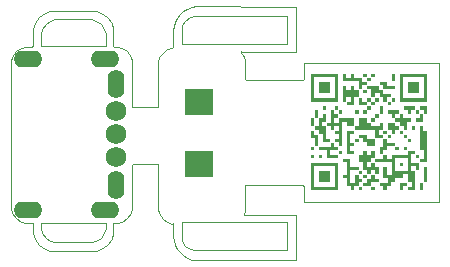
<source format=gbs>
%FSTAX23Y23*%
%MOIN*%
%SFA1B1*%

%IPPOS*%
%ADD15C,0.002700*%
%ADD28O,0.094610X0.055240*%
%ADD29O,0.055240X0.094610*%
%ADD30C,0.068000*%
%ADD40R,0.096230X0.088610*%
%LNusb-1*%
%LPD*%
G36*
X02392Y01708D02*
Y01707D01*
Y01707*
Y01706*
Y01705*
Y01705*
Y01704*
Y01703*
Y01703*
Y01702*
Y01701*
Y01701*
Y017*
Y01699*
Y01699*
Y01698*
X02381*
Y01699*
Y01699*
Y017*
Y01701*
Y01701*
Y01702*
Y01703*
Y01703*
Y01704*
Y01705*
Y01705*
Y01706*
Y01707*
Y01707*
Y01708*
Y01709*
X02392*
Y01708*
G37*
G36*
X02365D02*
Y01707D01*
Y01707*
Y01706*
Y01705*
Y01705*
Y01704*
Y01703*
Y01703*
Y01702*
Y01701*
Y01701*
Y017*
Y01699*
Y01699*
Y01698*
X02354*
Y01699*
Y01699*
Y017*
Y01701*
Y01701*
Y01702*
Y01703*
Y01703*
Y01704*
Y01705*
Y01705*
Y01706*
Y01707*
Y01707*
Y01708*
Y01709*
X02365*
Y01708*
G37*
G36*
X02324D02*
Y01707D01*
Y01707*
Y01706*
Y01705*
Y01705*
Y01704*
Y01703*
Y01703*
Y01702*
Y01701*
Y01701*
Y017*
Y01699*
Y01699*
Y01698*
Y01697*
Y01697*
Y01696*
Y01695*
X02351*
Y01695*
Y01694*
Y01693*
Y01693*
Y01692*
Y01691*
Y01691*
Y0169*
Y01689*
Y01689*
Y01688*
Y01687*
Y01687*
Y01686*
Y01685*
Y01684*
Y01684*
Y01683*
Y01682*
Y01682*
X02365*
Y01681*
Y0168*
Y0168*
Y01679*
Y01678*
Y01678*
Y01677*
Y01676*
Y01676*
Y01675*
Y01674*
Y01674*
Y01673*
Y01672*
Y01672*
Y01671*
X02351*
Y0167*
Y0167*
Y01669*
Y01668*
Y01668*
Y01667*
Y01666*
Y01666*
Y01665*
Y01664*
Y01664*
Y01663*
Y01662*
Y01662*
Y01661*
Y0166*
Y0166*
Y01659*
Y01658*
Y01658*
X0234*
Y01658*
Y01659*
Y0166*
Y0166*
Y01661*
Y01662*
Y01662*
Y01663*
Y01664*
Y01664*
Y01665*
Y01666*
Y01666*
Y01667*
Y01668*
Y01668*
Y01669*
Y0167*
Y0167*
Y01671*
Y01672*
Y01672*
Y01673*
Y01674*
Y01674*
Y01675*
Y01676*
Y01676*
Y01677*
Y01678*
Y01678*
Y01679*
Y0168*
Y0168*
Y01681*
Y01682*
Y01682*
Y01683*
Y01684*
Y01684*
X02287*
Y01685*
Y01686*
Y01687*
Y01687*
Y01688*
Y01689*
Y01689*
Y0169*
Y01691*
Y01691*
Y01692*
Y01693*
Y01693*
Y01694*
Y01695*
Y01695*
Y01696*
Y01697*
Y01697*
Y01698*
Y01699*
Y01699*
Y017*
Y01701*
Y01701*
Y01702*
Y01703*
Y01703*
Y01704*
Y01705*
Y01705*
Y01706*
Y01707*
Y01707*
Y01708*
Y01709*
X02297*
Y01708*
Y01707*
Y01707*
Y01706*
Y01705*
Y01705*
Y01704*
Y01703*
Y01703*
Y01702*
Y01701*
Y01701*
Y017*
Y01699*
Y01699*
Y01698*
Y01697*
Y01697*
Y01696*
Y01695*
X02313*
Y01696*
Y01697*
Y01697*
Y01698*
Y01699*
Y01699*
Y017*
Y01701*
Y01701*
Y01702*
Y01703*
Y01703*
Y01704*
Y01705*
Y01705*
Y01706*
Y01707*
Y01707*
Y01708*
Y01709*
X02324*
Y01708*
G37*
G36*
X02459D02*
Y01707D01*
Y01707*
Y01706*
Y01705*
Y01705*
Y01704*
Y01703*
Y01703*
Y01702*
Y01701*
Y01701*
Y017*
Y01699*
Y01699*
Y01698*
Y01697*
Y01697*
Y01696*
Y01695*
Y01695*
Y01694*
Y01693*
Y01693*
Y01692*
Y01691*
Y01691*
Y0169*
Y01689*
Y01689*
Y01688*
Y01687*
Y01687*
Y01686*
Y01685*
Y01684*
X02448*
Y01685*
Y01686*
Y01687*
Y01687*
Y01688*
Y01689*
Y01689*
Y0169*
Y01691*
Y01691*
Y01692*
Y01693*
Y01693*
Y01694*
Y01695*
Y01695*
Y01696*
Y01697*
Y01697*
Y01698*
Y01699*
Y01699*
Y017*
Y01701*
Y01701*
Y01702*
Y01703*
Y01703*
Y01704*
Y01705*
Y01705*
Y01706*
Y01707*
Y01707*
Y01708*
Y01709*
X02459*
Y01708*
G37*
G36*
X02378Y01695D02*
Y01694D01*
Y01693*
Y01693*
Y01692*
Y01691*
Y01691*
Y0169*
Y01689*
Y01689*
Y01688*
Y01687*
Y01687*
Y01686*
Y01685*
Y01684*
X02367*
Y01685*
Y01686*
Y01687*
Y01687*
Y01688*
Y01689*
Y01689*
Y0169*
Y01691*
Y01691*
Y01692*
Y01693*
Y01693*
Y01694*
Y01695*
Y01695*
X02378*
Y01695*
G37*
G36*
X02432Y01681D02*
Y0168D01*
Y0168*
Y01679*
Y01678*
Y01678*
Y01677*
Y01676*
Y01676*
Y01675*
Y01674*
Y01674*
Y01673*
Y01672*
Y01672*
Y01671*
Y0167*
Y0167*
Y01669*
Y01668*
X02459*
Y01668*
Y01667*
Y01666*
Y01666*
Y01665*
Y01664*
Y01664*
Y01663*
Y01662*
Y01662*
Y01661*
Y0166*
Y0166*
Y01659*
Y01658*
Y01658*
X02421*
Y01658*
Y01659*
Y0166*
Y0166*
Y01661*
Y01662*
Y01662*
Y01663*
Y01664*
Y01664*
Y01665*
Y01666*
Y01666*
Y01667*
Y01668*
Y01668*
Y01669*
Y0167*
Y0167*
Y01671*
X02408*
Y01672*
Y01672*
Y01673*
Y01674*
Y01674*
Y01675*
Y01676*
Y01676*
Y01677*
Y01678*
Y01678*
Y01679*
Y0168*
Y0168*
Y01681*
Y01682*
X02432*
Y01681*
G37*
G36*
X02324Y01668D02*
Y01667D01*
Y01666*
Y01666*
Y01665*
Y01664*
Y01664*
Y01663*
Y01662*
Y01662*
Y01661*
Y0166*
Y0166*
Y01659*
Y01658*
Y01658*
Y01657*
Y01656*
Y01656*
Y01655*
X02338*
Y01654*
Y01654*
Y01653*
Y01652*
Y01652*
Y01651*
Y0165*
Y0165*
Y01649*
Y01648*
Y01647*
Y01647*
Y01646*
Y01645*
Y01645*
Y01644*
Y01643*
Y01643*
Y01642*
Y01641*
Y01641*
Y0164*
Y01639*
Y01639*
Y01638*
Y01637*
Y01637*
Y01636*
Y01635*
Y01635*
Y01634*
Y01633*
Y01633*
Y01632*
Y01631*
Y01631*
X02324*
Y0163*
Y01629*
Y01629*
Y01628*
Y01627*
Y01627*
Y01626*
Y01625*
Y01625*
Y01624*
Y01623*
Y01623*
Y01622*
Y01621*
Y01621*
Y0162*
Y01619*
Y01619*
Y01618*
Y01617*
Y01617*
Y01616*
Y01615*
Y01615*
Y01614*
Y01613*
Y01613*
Y01612*
Y01611*
Y0161*
Y0161*
Y01609*
Y01608*
Y01608*
Y01607*
Y01606*
Y01606*
Y01605*
Y01604*
Y01604*
X023*
Y01604*
Y01605*
Y01606*
Y01606*
Y01607*
Y01608*
Y01608*
Y01609*
Y0161*
Y0161*
Y01611*
Y01612*
Y01613*
Y01613*
Y01614*
Y01615*
X02313*
Y01615*
Y01616*
Y01617*
Y01617*
Y01618*
Y01619*
Y01619*
Y0162*
Y01621*
Y01621*
Y01622*
Y01623*
Y01623*
Y01624*
Y01625*
Y01625*
Y01626*
Y01627*
Y01627*
Y01628*
Y01629*
Y01629*
Y0163*
Y01631*
X02297*
Y0163*
Y01629*
Y01629*
Y01628*
Y01627*
Y01627*
Y01626*
Y01625*
Y01625*
Y01624*
Y01623*
Y01623*
Y01622*
Y01621*
Y01621*
Y0162*
Y01619*
Y01619*
Y01618*
Y01617*
X02287*
Y01618*
Y01619*
Y01619*
Y0162*
Y01621*
Y01621*
Y01622*
Y01623*
Y01623*
Y01624*
Y01625*
Y01625*
Y01626*
Y01627*
Y01627*
Y01628*
Y01629*
Y01629*
Y0163*
Y01631*
Y01631*
Y01632*
Y01633*
Y01633*
Y01634*
Y01635*
Y01635*
Y01636*
Y01637*
Y01637*
Y01638*
Y01639*
Y01639*
Y0164*
Y01641*
Y01641*
Y01642*
Y01643*
Y01643*
Y01644*
Y01645*
Y01645*
Y01646*
Y01647*
Y01647*
Y01648*
Y01649*
Y0165*
Y0165*
Y01651*
Y01652*
Y01652*
Y01653*
Y01654*
Y01654*
Y01655*
Y01656*
Y01656*
Y01657*
Y01658*
Y01658*
Y01659*
Y0166*
Y0166*
Y01661*
Y01662*
Y01662*
Y01663*
Y01664*
Y01664*
Y01665*
Y01666*
Y01666*
Y01667*
Y01668*
Y01668*
X02297*
Y01668*
Y01667*
Y01666*
Y01666*
Y01665*
Y01664*
Y01664*
Y01663*
Y01662*
Y01662*
Y01661*
Y0166*
Y0166*
Y01659*
Y01658*
Y01658*
Y01657*
Y01656*
Y01656*
Y01655*
X02313*
Y01656*
Y01656*
Y01657*
Y01658*
Y01658*
Y01659*
Y0166*
Y0166*
Y01661*
Y01662*
Y01662*
Y01663*
Y01664*
Y01664*
Y01665*
Y01666*
Y01666*
Y01667*
Y01668*
Y01668*
X02324*
Y01668*
G37*
G36*
X02365Y01654D02*
Y01654D01*
Y01653*
Y01652*
Y01652*
Y01651*
Y0165*
Y0165*
Y01649*
Y01648*
Y01647*
Y01647*
Y01646*
Y01645*
Y01645*
Y01644*
X02354*
Y01645*
Y01645*
Y01646*
Y01647*
Y01647*
Y01648*
Y01649*
Y0165*
Y0165*
Y01651*
Y01652*
Y01652*
Y01653*
Y01654*
Y01654*
Y01655*
X02365*
Y01654*
G37*
G36*
X02566Y01708D02*
Y01707D01*
Y01707*
Y01706*
Y01705*
Y01705*
Y01704*
Y01703*
Y01703*
Y01702*
Y01701*
Y01701*
Y017*
Y01699*
Y01699*
Y01698*
Y01697*
Y01697*
Y01696*
Y01695*
Y01695*
Y01694*
Y01693*
Y01693*
Y01692*
Y01691*
Y01691*
Y0169*
Y01689*
Y01689*
Y01688*
Y01687*
Y01687*
Y01686*
Y01685*
Y01684*
Y01684*
Y01683*
Y01682*
Y01682*
Y01681*
Y0168*
Y0168*
Y01679*
Y01678*
Y01678*
Y01677*
Y01676*
Y01676*
Y01675*
Y01674*
Y01674*
Y01673*
Y01672*
Y01672*
Y01671*
Y0167*
Y0167*
Y01669*
Y01668*
Y01668*
Y01667*
Y01666*
Y01666*
Y01665*
Y01664*
Y01664*
Y01663*
Y01662*
Y01662*
Y01661*
Y0166*
Y0166*
Y01659*
Y01658*
Y01658*
Y01657*
Y01656*
Y01656*
Y01655*
Y01654*
Y01654*
Y01653*
Y01652*
Y01652*
Y01651*
Y0165*
Y0165*
Y01649*
Y01648*
Y01647*
Y01647*
Y01646*
Y01645*
Y01645*
Y01644*
Y01643*
Y01643*
Y01642*
Y01641*
Y01641*
Y0164*
Y01639*
Y01639*
Y01638*
Y01637*
Y01637*
Y01636*
Y01635*
Y01635*
Y01634*
Y01633*
Y01633*
Y01632*
Y01631*
Y01631*
Y0163*
Y01629*
Y01629*
Y01628*
Y01627*
Y01627*
Y01626*
Y01625*
Y01625*
Y01624*
Y01623*
Y01623*
Y01622*
Y01621*
Y01621*
Y0162*
Y01619*
Y01619*
Y01618*
Y01617*
X02475*
Y01618*
Y01619*
Y01619*
Y0162*
Y01621*
Y01621*
Y01622*
Y01623*
Y01623*
Y01624*
Y01625*
Y01625*
Y01626*
Y01627*
Y01627*
Y01628*
Y01629*
Y01629*
Y0163*
Y01631*
Y01631*
Y01632*
Y01633*
Y01633*
Y01634*
Y01635*
Y01635*
Y01636*
Y01637*
Y01637*
Y01638*
Y01639*
Y01639*
Y0164*
Y01641*
Y01641*
Y01642*
Y01643*
Y01643*
Y01644*
Y01645*
Y01645*
Y01646*
Y01647*
Y01647*
Y01648*
Y01649*
Y0165*
Y0165*
Y01651*
Y01652*
Y01652*
Y01653*
Y01654*
Y01654*
Y01655*
Y01656*
Y01656*
Y01657*
Y01658*
Y01658*
Y01659*
Y0166*
Y0166*
Y01661*
Y01662*
Y01662*
Y01663*
Y01664*
Y01664*
Y01665*
Y01666*
Y01666*
Y01667*
Y01668*
Y01668*
Y01669*
Y0167*
Y0167*
Y01671*
Y01672*
Y01672*
Y01673*
Y01674*
Y01674*
Y01675*
Y01676*
Y01676*
Y01677*
Y01678*
Y01678*
Y01679*
Y0168*
Y0168*
Y01681*
Y01682*
Y01682*
Y01683*
Y01684*
Y01684*
Y01685*
Y01686*
Y01687*
Y01687*
Y01688*
Y01689*
Y01689*
Y0169*
Y01691*
Y01691*
Y01692*
Y01693*
Y01693*
Y01694*
Y01695*
Y01695*
Y01696*
Y01697*
Y01697*
Y01698*
Y01699*
Y01699*
Y017*
Y01701*
Y01701*
Y01702*
Y01703*
Y01703*
Y01704*
Y01705*
Y01705*
Y01706*
Y01707*
Y01707*
Y01708*
Y01709*
X02566*
Y01708*
G37*
G36*
X02459Y01627D02*
Y01627D01*
Y01626*
Y01625*
Y01625*
Y01624*
Y01623*
Y01623*
Y01622*
Y01621*
Y01621*
Y0162*
Y01619*
Y01619*
Y01618*
Y01617*
X02448*
Y01618*
Y01619*
Y01619*
Y0162*
Y01621*
Y01621*
Y01622*
Y01623*
Y01623*
Y01624*
Y01625*
Y01625*
Y01626*
Y01627*
Y01627*
Y01628*
X02459*
Y01627*
G37*
G36*
X02405Y01668D02*
Y01667D01*
Y01666*
Y01666*
Y01665*
Y01664*
Y01664*
Y01663*
Y01662*
Y01662*
Y01661*
Y0166*
Y0166*
Y01659*
Y01658*
Y01658*
Y01657*
Y01656*
Y01656*
Y01655*
X02418*
Y01654*
Y01654*
Y01653*
Y01652*
Y01652*
Y01651*
Y0165*
Y0165*
Y01649*
Y01648*
Y01647*
Y01647*
Y01646*
Y01645*
Y01645*
Y01644*
Y01643*
Y01643*
Y01642*
Y01641*
X02445*
Y01641*
Y0164*
Y01639*
Y01639*
Y01638*
Y01637*
Y01637*
Y01636*
Y01635*
Y01635*
Y01634*
Y01633*
Y01633*
Y01632*
Y01631*
Y01631*
X02432*
Y0163*
Y01629*
Y01629*
Y01628*
Y01627*
Y01627*
Y01626*
Y01625*
Y01625*
Y01624*
Y01623*
Y01623*
Y01622*
Y01621*
Y01621*
Y0162*
Y01619*
Y01619*
Y01618*
Y01617*
X02421*
Y01618*
Y01619*
Y01619*
Y0162*
Y01621*
Y01621*
Y01622*
Y01623*
Y01623*
Y01624*
Y01625*
Y01625*
Y01626*
Y01627*
Y01627*
Y01628*
Y01629*
Y01629*
Y0163*
Y01631*
X02408*
Y01631*
Y01632*
Y01633*
Y01633*
Y01634*
Y01635*
Y01635*
Y01636*
Y01637*
Y01637*
Y01638*
Y01639*
Y01639*
Y0164*
Y01641*
Y01641*
Y01642*
Y01643*
Y01643*
Y01644*
X02392*
Y01643*
Y01643*
Y01642*
Y01641*
Y01641*
Y0164*
Y01639*
Y01639*
Y01638*
Y01637*
Y01637*
Y01636*
Y01635*
Y01635*
Y01634*
Y01633*
Y01633*
Y01632*
Y01631*
Y01631*
X02381*
Y01631*
Y01632*
Y01633*
Y01633*
Y01634*
Y01635*
Y01635*
Y01636*
Y01637*
Y01637*
Y01638*
Y01639*
Y01639*
Y0164*
Y01641*
Y01641*
Y01642*
Y01643*
Y01643*
Y01644*
Y01645*
Y01645*
Y01646*
Y01647*
Y01647*
Y01648*
Y01649*
Y0165*
Y0165*
Y01651*
Y01652*
Y01652*
Y01653*
Y01654*
Y01654*
Y01655*
Y01656*
Y01656*
Y01657*
Y01658*
X02367*
Y01658*
Y01659*
Y0166*
Y0166*
Y01661*
Y01662*
Y01662*
Y01663*
Y01664*
Y01664*
Y01665*
Y01666*
Y01666*
Y01667*
Y01668*
Y01668*
X02405*
Y01668*
G37*
G36*
Y01627D02*
Y01627D01*
Y01626*
Y01625*
Y01625*
Y01624*
Y01623*
Y01623*
Y01622*
Y01621*
Y01621*
Y0162*
Y01619*
Y01619*
Y01618*
Y01617*
X02394*
Y01618*
Y01619*
Y01619*
Y0162*
Y01621*
Y01621*
Y01622*
Y01623*
Y01623*
Y01624*
Y01625*
Y01625*
Y01626*
Y01627*
Y01627*
Y01628*
X02405*
Y01627*
G37*
G36*
X02378D02*
Y01627D01*
Y01626*
Y01625*
Y01625*
Y01624*
Y01623*
Y01623*
Y01622*
Y01621*
Y01621*
Y0162*
Y01619*
Y01619*
Y01618*
Y01617*
X02367*
Y01618*
Y01619*
Y01619*
Y0162*
Y01621*
Y01621*
Y01622*
Y01623*
Y01623*
Y01624*
Y01625*
Y01625*
Y01626*
Y01627*
Y01627*
Y01628*
X02378*
Y01627*
G37*
G36*
X0227Y01708D02*
Y01707D01*
Y01707*
Y01706*
Y01705*
Y01705*
Y01704*
Y01703*
Y01703*
Y01702*
Y01701*
Y01701*
Y017*
Y01699*
Y01699*
Y01698*
Y01697*
Y01697*
Y01696*
Y01695*
Y01695*
Y01694*
Y01693*
Y01693*
Y01692*
Y01691*
Y01691*
Y0169*
Y01689*
Y01689*
Y01688*
Y01687*
Y01687*
Y01686*
Y01685*
Y01684*
Y01684*
Y01683*
Y01682*
Y01682*
Y01681*
Y0168*
Y0168*
Y01679*
Y01678*
Y01678*
Y01677*
Y01676*
Y01676*
Y01675*
Y01674*
Y01674*
Y01673*
Y01672*
Y01672*
Y01671*
Y0167*
Y0167*
Y01669*
Y01668*
Y01668*
Y01667*
Y01666*
Y01666*
Y01665*
Y01664*
Y01664*
Y01663*
Y01662*
Y01662*
Y01661*
Y0166*
Y0166*
Y01659*
Y01658*
Y01658*
Y01657*
Y01656*
Y01656*
Y01655*
Y01654*
Y01654*
Y01653*
Y01652*
Y01652*
Y01651*
Y0165*
Y0165*
Y01649*
Y01648*
Y01647*
Y01647*
Y01646*
Y01645*
Y01645*
Y01644*
Y01643*
Y01643*
Y01642*
Y01641*
Y01641*
Y0164*
Y01639*
Y01639*
Y01638*
Y01637*
Y01637*
Y01636*
Y01635*
Y01635*
Y01634*
Y01633*
Y01633*
Y01632*
Y01631*
Y01631*
Y0163*
Y01629*
Y01629*
Y01628*
Y01627*
Y01627*
Y01626*
Y01625*
Y01625*
Y01624*
Y01623*
Y01623*
Y01622*
Y01621*
Y01621*
Y0162*
Y01619*
Y01619*
Y01618*
Y01617*
X02179*
Y01618*
Y01619*
Y01619*
Y0162*
Y01621*
Y01621*
Y01622*
Y01623*
Y01623*
Y01624*
Y01625*
Y01625*
Y01626*
Y01627*
Y01627*
Y01628*
Y01629*
Y01629*
Y0163*
Y01631*
Y01631*
Y01632*
Y01633*
Y01633*
Y01634*
Y01635*
Y01635*
Y01636*
Y01637*
Y01637*
Y01638*
Y01639*
Y01639*
Y0164*
Y01641*
Y01641*
Y01642*
Y01643*
Y01643*
Y01644*
Y01645*
Y01645*
Y01646*
Y01647*
Y01647*
Y01648*
Y01649*
Y0165*
Y0165*
Y01651*
Y01652*
Y01652*
Y01653*
Y01654*
Y01654*
Y01655*
Y01656*
Y01656*
Y01657*
Y01658*
Y01658*
Y01659*
Y0166*
Y0166*
Y01661*
Y01662*
Y01662*
Y01663*
Y01664*
Y01664*
Y01665*
Y01666*
Y01666*
Y01667*
Y01668*
Y01668*
Y01669*
Y0167*
Y0167*
Y01671*
Y01672*
Y01672*
Y01673*
Y01674*
Y01674*
Y01675*
Y01676*
Y01676*
Y01677*
Y01678*
Y01678*
Y01679*
Y0168*
Y0168*
Y01681*
Y01682*
Y01682*
Y01683*
Y01684*
Y01684*
Y01685*
Y01686*
Y01687*
Y01687*
Y01688*
Y01689*
Y01689*
Y0169*
Y01691*
Y01691*
Y01692*
Y01693*
Y01693*
Y01694*
Y01695*
Y01695*
Y01696*
Y01697*
Y01697*
Y01698*
Y01699*
Y01699*
Y017*
Y01701*
Y01701*
Y01702*
Y01703*
Y01703*
Y01704*
Y01705*
Y01705*
Y01706*
Y01707*
Y01707*
Y01708*
Y01709*
X0227*
Y01708*
G37*
G36*
X02445Y01614D02*
Y01613D01*
Y01613*
Y01612*
Y01611*
Y0161*
Y0161*
Y01609*
Y01608*
Y01608*
Y01607*
Y01606*
Y01606*
Y01605*
Y01604*
Y01604*
X02435*
Y01604*
Y01605*
Y01606*
Y01606*
Y01607*
Y01608*
Y01608*
Y01609*
Y0161*
Y0161*
Y01611*
Y01612*
Y01613*
Y01613*
Y01614*
Y01615*
X02445*
Y01614*
G37*
G36*
X02392D02*
Y01613D01*
Y01613*
Y01612*
Y01611*
Y0161*
Y0161*
Y01609*
Y01608*
Y01608*
Y01607*
Y01606*
Y01606*
Y01605*
Y01604*
Y01604*
X02381*
Y01604*
Y01605*
Y01606*
Y01606*
Y01607*
Y01608*
Y01608*
Y01609*
Y0161*
Y0161*
Y01611*
Y01612*
Y01613*
Y01613*
Y01614*
Y01615*
X02392*
Y01614*
G37*
G36*
X02351Y01627D02*
Y01627D01*
Y01626*
Y01625*
Y01625*
Y01624*
Y01623*
Y01623*
Y01622*
Y01621*
Y01621*
Y0162*
Y01619*
Y01619*
Y01618*
Y01617*
Y01617*
Y01616*
Y01615*
Y01615*
X02365*
Y01614*
Y01613*
Y01613*
Y01612*
Y01611*
Y0161*
Y0161*
Y01609*
Y01608*
Y01608*
Y01607*
Y01606*
Y01606*
Y01605*
Y01604*
Y01604*
X0234*
Y01604*
Y01605*
Y01606*
Y01606*
Y01607*
Y01608*
Y01608*
Y01609*
Y0161*
Y0161*
Y01611*
Y01612*
Y01613*
Y01613*
Y01614*
Y01615*
Y01615*
Y01616*
Y01617*
Y01617*
Y01618*
Y01619*
Y01619*
Y0162*
Y01621*
Y01621*
Y01622*
Y01623*
Y01623*
Y01624*
Y01625*
Y01625*
Y01626*
Y01627*
Y01627*
Y01628*
X02351*
Y01627*
G37*
G36*
X02378Y016D02*
Y016D01*
Y01599*
Y01598*
Y01598*
Y01597*
Y01596*
Y01596*
Y01595*
Y01594*
Y01594*
Y01593*
Y01592*
Y01592*
Y01591*
Y0159*
X02367*
Y01591*
Y01592*
Y01592*
Y01593*
Y01594*
Y01594*
Y01595*
Y01596*
Y01596*
Y01597*
Y01598*
Y01598*
Y01599*
Y016*
Y016*
Y01601*
X02378*
Y016*
G37*
G36*
X0227D02*
Y016D01*
Y01599*
Y01598*
Y01598*
Y01597*
Y01596*
Y01596*
Y01595*
Y01594*
Y01594*
Y01593*
Y01592*
Y01592*
Y01591*
Y0159*
X0226*
Y01591*
Y01592*
Y01592*
Y01593*
Y01594*
Y01594*
Y01595*
Y01596*
Y01596*
Y01597*
Y01598*
Y01598*
Y01599*
Y016*
Y016*
Y01601*
X0227*
Y016*
G37*
G36*
X0223D02*
Y016D01*
Y01599*
Y01598*
Y01598*
Y01597*
Y01596*
Y01596*
Y01595*
Y01594*
Y01594*
Y01593*
Y01592*
Y01592*
Y01591*
Y0159*
X02219*
Y01591*
Y01592*
Y01592*
Y01593*
Y01594*
Y01594*
Y01595*
Y01596*
Y01596*
Y01597*
Y01598*
Y01598*
Y01599*
Y016*
Y016*
Y01601*
X0223*
Y016*
G37*
G36*
X02566D02*
Y016D01*
Y01599*
Y01598*
Y01598*
Y01597*
Y01596*
Y01596*
Y01595*
Y01594*
Y01594*
Y01593*
Y01592*
Y01592*
Y01591*
Y0159*
Y0159*
Y01589*
Y01588*
Y01588*
Y01587*
Y01586*
Y01586*
Y01585*
Y01584*
Y01584*
Y01583*
Y01582*
Y01582*
Y01581*
Y0158*
Y0158*
Y01579*
Y01578*
Y01578*
Y01577*
X02556*
Y01578*
Y01578*
Y01579*
Y0158*
Y0158*
Y01581*
Y01582*
Y01582*
Y01583*
Y01584*
Y01584*
Y01585*
Y01586*
Y01586*
Y01587*
Y01588*
Y01588*
Y01589*
Y0159*
Y0159*
X02542*
Y01591*
Y01592*
Y01592*
Y01593*
Y01594*
Y01594*
Y01595*
Y01596*
Y01596*
Y01597*
Y01598*
Y01598*
Y01599*
Y016*
Y016*
Y01601*
X02566*
Y016*
G37*
G36*
X0254Y01587D02*
Y01586D01*
Y01586*
Y01585*
Y01584*
Y01584*
Y01583*
Y01582*
Y01582*
Y01581*
Y0158*
Y0158*
Y01579*
Y01578*
Y01578*
Y01577*
X02529*
Y01578*
Y01578*
Y01579*
Y0158*
Y0158*
Y01581*
Y01582*
Y01582*
Y01583*
Y01584*
Y01584*
Y01585*
Y01586*
Y01586*
Y01587*
Y01588*
X0254*
Y01587*
G37*
G36*
X02526Y016D02*
Y016D01*
Y01599*
Y01598*
Y01598*
Y01597*
Y01596*
Y01596*
Y01595*
Y01594*
Y01594*
Y01593*
Y01592*
Y01592*
Y01591*
Y0159*
X02513*
Y0159*
Y01589*
Y01588*
Y01588*
Y01587*
Y01586*
Y01586*
Y01585*
Y01584*
Y01584*
Y01583*
Y01582*
Y01582*
Y01581*
Y0158*
Y0158*
Y01579*
Y01578*
Y01578*
Y01577*
X02502*
Y01578*
Y01578*
Y01579*
Y0158*
Y0158*
Y01581*
Y01582*
Y01582*
Y01583*
Y01584*
Y01584*
Y01585*
Y01586*
Y01586*
Y01587*
Y01588*
Y01588*
Y01589*
Y0159*
Y0159*
X02488*
Y01591*
Y01592*
Y01592*
Y01593*
Y01594*
Y01594*
Y01595*
Y01596*
Y01596*
Y01597*
Y01598*
Y01598*
Y01599*
Y016*
Y016*
Y01601*
X02526*
Y016*
G37*
G36*
X02418D02*
Y016D01*
Y01599*
Y01598*
Y01598*
Y01597*
Y01596*
Y01596*
Y01595*
Y01594*
Y01594*
Y01593*
Y01592*
Y01592*
Y01591*
Y0159*
Y0159*
Y01589*
Y01588*
Y01588*
Y01587*
Y01586*
Y01586*
Y01585*
Y01584*
Y01584*
Y01583*
Y01582*
Y01582*
Y01581*
Y0158*
Y0158*
Y01579*
Y01578*
Y01578*
Y01577*
X02408*
Y01578*
Y01578*
Y01579*
Y0158*
Y0158*
Y01581*
Y01582*
Y01582*
Y01583*
Y01584*
Y01584*
Y01585*
Y01586*
Y01586*
Y01587*
Y01588*
Y01588*
Y01589*
Y0159*
Y0159*
Y01591*
Y01592*
Y01592*
Y01593*
Y01594*
Y01594*
Y01595*
Y01596*
Y01596*
Y01597*
Y01598*
Y01598*
Y01599*
Y016*
Y016*
Y01601*
X02418*
Y016*
G37*
G36*
X02365Y01587D02*
Y01586D01*
Y01586*
Y01585*
Y01584*
Y01584*
Y01583*
Y01582*
Y01582*
Y01581*
Y0158*
Y0158*
Y01579*
Y01578*
Y01578*
Y01577*
X02354*
Y01578*
Y01578*
Y01579*
Y0158*
Y0158*
Y01581*
Y01582*
Y01582*
Y01583*
Y01584*
Y01584*
Y01585*
Y01586*
Y01586*
Y01587*
Y01588*
X02365*
Y01587*
G37*
G36*
X02338D02*
Y01586D01*
Y01586*
Y01585*
Y01584*
Y01584*
Y01583*
Y01582*
Y01582*
Y01581*
Y0158*
Y0158*
Y01579*
Y01578*
Y01578*
Y01577*
X02327*
Y01578*
Y01578*
Y01579*
Y0158*
Y0158*
Y01581*
Y01582*
Y01582*
Y01583*
Y01584*
Y01584*
Y01585*
Y01586*
Y01586*
Y01587*
Y01588*
X02338*
Y01587*
G37*
G36*
X02284D02*
Y01586D01*
Y01586*
Y01585*
Y01584*
Y01584*
Y01583*
Y01582*
Y01582*
Y01581*
Y0158*
Y0158*
Y01579*
Y01578*
Y01578*
Y01577*
X02273*
Y01578*
Y01578*
Y01579*
Y0158*
Y0158*
Y01581*
Y01582*
Y01582*
Y01583*
Y01584*
Y01584*
Y01585*
Y01586*
Y01586*
Y01587*
Y01588*
X02284*
Y01587*
G37*
G36*
X02472D02*
Y01586D01*
Y01586*
Y01585*
Y01584*
Y01584*
Y01583*
Y01582*
Y01582*
Y01581*
Y0158*
Y0158*
Y01579*
Y01578*
Y01578*
Y01577*
X02459*
Y01576*
Y01576*
Y01575*
Y01574*
Y01573*
Y01573*
Y01572*
Y01571*
Y01571*
Y0157*
Y01569*
Y01569*
Y01568*
Y01567*
Y01567*
Y01566*
Y01565*
Y01565*
Y01564*
Y01563*
X02448*
Y01564*
Y01565*
Y01565*
Y01566*
Y01567*
Y01567*
Y01568*
Y01569*
Y01569*
Y0157*
Y01571*
Y01571*
Y01572*
Y01573*
Y01573*
Y01574*
Y01575*
Y01576*
Y01576*
Y01577*
X02435*
Y01578*
Y01578*
Y01579*
Y0158*
Y0158*
Y01581*
Y01582*
Y01582*
Y01583*
Y01584*
Y01584*
Y01585*
Y01586*
Y01586*
Y01587*
Y01588*
X02472*
Y01587*
G37*
G36*
X02405Y01573D02*
Y01573D01*
Y01572*
Y01571*
Y01571*
Y0157*
Y01569*
Y01569*
Y01568*
Y01567*
Y01567*
Y01566*
Y01565*
Y01565*
Y01564*
Y01563*
X02394*
Y01564*
Y01565*
Y01565*
Y01566*
Y01567*
Y01567*
Y01568*
Y01569*
Y01569*
Y0157*
Y01571*
Y01571*
Y01572*
Y01573*
Y01573*
Y01574*
X02405*
Y01573*
G37*
G36*
X02203Y01587D02*
Y01586D01*
Y01586*
Y01585*
Y01584*
Y01584*
Y01583*
Y01582*
Y01582*
Y01581*
Y0158*
Y0158*
Y01579*
Y01578*
Y01578*
Y01577*
Y01576*
Y01576*
Y01575*
Y01574*
Y01573*
Y01573*
Y01572*
Y01571*
Y01571*
Y0157*
Y01569*
Y01569*
Y01568*
Y01567*
Y01567*
Y01566*
Y01565*
Y01565*
Y01564*
Y01563*
X02192*
Y01564*
Y01565*
Y01565*
Y01566*
Y01567*
Y01567*
Y01568*
Y01569*
Y01569*
Y0157*
Y01571*
Y01571*
Y01572*
Y01573*
Y01573*
Y01574*
Y01575*
Y01576*
Y01576*
Y01577*
Y01578*
Y01578*
Y01579*
Y0158*
Y0158*
Y01581*
Y01582*
Y01582*
Y01583*
Y01584*
Y01584*
Y01585*
Y01586*
Y01586*
Y01587*
Y01588*
X02203*
Y01587*
G37*
G36*
X02553Y01573D02*
Y01573D01*
Y01572*
Y01571*
Y01571*
Y0157*
Y01569*
Y01569*
Y01568*
Y01567*
Y01567*
Y01566*
Y01565*
Y01565*
Y01564*
Y01563*
Y01563*
Y01562*
Y01561*
Y01561*
Y0156*
Y01559*
Y01559*
Y01558*
Y01557*
Y01557*
Y01556*
Y01555*
Y01555*
Y01554*
Y01553*
Y01553*
Y01552*
Y01551*
Y01551*
Y0155*
X02529*
Y01551*
Y01551*
Y01552*
Y01553*
Y01553*
Y01554*
Y01555*
Y01555*
Y01556*
Y01557*
Y01557*
Y01558*
Y01559*
Y01559*
Y0156*
Y01561*
X02542*
Y01561*
Y01562*
Y01563*
Y01563*
Y01564*
Y01565*
Y01565*
Y01566*
Y01567*
Y01567*
Y01568*
Y01569*
Y01569*
Y0157*
Y01571*
Y01571*
Y01572*
Y01573*
Y01573*
Y01574*
X02553*
Y01573*
G37*
G36*
X02392Y0156D02*
Y01559D01*
Y01559*
Y01558*
Y01557*
Y01557*
Y01556*
Y01555*
Y01555*
Y01554*
Y01553*
Y01553*
Y01552*
Y01551*
Y01551*
Y0155*
X02381*
Y01551*
Y01551*
Y01552*
Y01553*
Y01553*
Y01554*
Y01555*
Y01555*
Y01556*
Y01557*
Y01557*
Y01558*
Y01559*
Y01559*
Y0156*
Y01561*
X02392*
Y0156*
G37*
G36*
X02257Y01587D02*
Y01586D01*
Y01586*
Y01585*
Y01584*
Y01584*
Y01583*
Y01582*
Y01582*
Y01581*
Y0158*
Y0158*
Y01579*
Y01578*
Y01578*
Y01577*
Y01576*
Y01576*
Y01575*
Y01574*
X0227*
Y01573*
Y01573*
Y01572*
Y01571*
Y01571*
Y0157*
Y01569*
Y01569*
Y01568*
Y01567*
Y01567*
Y01566*
Y01565*
Y01565*
Y01564*
Y01563*
X02257*
Y01563*
Y01562*
Y01561*
Y01561*
Y0156*
Y01559*
Y01559*
Y01558*
Y01557*
Y01557*
Y01556*
Y01555*
Y01555*
Y01554*
Y01553*
Y01553*
Y01552*
Y01551*
Y01551*
Y0155*
Y01549*
Y01549*
Y01548*
Y01547*
X02273*
Y01548*
Y01549*
Y01549*
Y0155*
Y01551*
Y01551*
Y01552*
Y01553*
Y01553*
Y01554*
Y01555*
Y01555*
Y01556*
Y01557*
Y01557*
Y01558*
Y01559*
Y01559*
Y0156*
Y01561*
X02324*
Y0156*
Y01559*
Y01559*
Y01558*
Y01557*
Y01557*
Y01556*
Y01555*
Y01555*
Y01554*
Y01553*
Y01553*
Y01552*
Y01551*
Y01551*
Y0155*
Y01549*
Y01549*
Y01548*
Y01547*
Y01547*
Y01546*
Y01545*
Y01545*
Y01544*
Y01543*
Y01543*
Y01542*
Y01541*
Y01541*
Y0154*
Y01539*
Y01539*
Y01538*
Y01537*
Y01536*
X023*
Y01537*
Y01538*
Y01539*
Y01539*
Y0154*
Y01541*
Y01541*
Y01542*
Y01543*
Y01543*
Y01544*
Y01545*
Y01545*
Y01546*
Y01547*
Y01547*
Y01548*
Y01549*
Y01549*
Y0155*
X02284*
Y01549*
Y01549*
Y01548*
Y01547*
Y01547*
Y01546*
Y01545*
Y01545*
Y01544*
Y01543*
Y01543*
Y01542*
Y01541*
Y01541*
Y0154*
Y01539*
Y01539*
Y01538*
Y01537*
Y01536*
Y01536*
Y01535*
Y01534*
Y01534*
Y01533*
Y01532*
Y01532*
Y01531*
Y0153*
Y0153*
Y01529*
Y01528*
Y01528*
Y01527*
Y01526*
Y01526*
Y01525*
Y01524*
Y01524*
Y01523*
Y01522*
Y01522*
Y01521*
Y0152*
Y0152*
Y01519*
Y01518*
Y01518*
Y01517*
Y01516*
Y01516*
Y01515*
Y01514*
Y01514*
Y01513*
Y01512*
Y01512*
Y01511*
Y0151*
Y0151*
Y01509*
Y01508*
Y01508*
Y01507*
Y01506*
Y01506*
Y01505*
Y01504*
Y01504*
Y01503*
Y01502*
Y01502*
Y01501*
Y015*
Y01499*
Y01499*
Y01498*
Y01497*
Y01497*
Y01496*
Y01495*
Y01495*
Y01494*
Y01493*
Y01493*
Y01492*
Y01491*
Y01491*
Y0149*
Y01489*
Y01489*
Y01488*
Y01487*
Y01487*
Y01486*
Y01485*
Y01485*
Y01484*
Y01483*
Y01483*
Y01482*
Y01481*
Y01481*
Y0148*
Y01479*
Y01479*
Y01478*
Y01477*
Y01477*
Y01476*
Y01475*
Y01475*
Y01474*
Y01473*
Y01473*
Y01472*
Y01471*
Y01471*
Y0147*
Y01469*
X02273*
Y0147*
Y01471*
Y01471*
Y01472*
Y01473*
Y01473*
Y01474*
Y01475*
Y01475*
Y01476*
Y01477*
Y01477*
Y01478*
Y01479*
Y01479*
Y0148*
Y01481*
Y01481*
Y01482*
Y01483*
X0226*
Y01483*
Y01484*
Y01485*
Y01485*
Y01486*
Y01487*
Y01487*
Y01488*
Y01489*
Y01489*
Y0149*
Y01491*
Y01491*
Y01492*
Y01493*
Y01493*
X02273*
Y01494*
Y01495*
Y01495*
Y01496*
Y01497*
Y01497*
Y01498*
Y01499*
Y01499*
Y015*
Y01501*
Y01502*
Y01502*
Y01503*
Y01504*
Y01504*
Y01505*
Y01506*
Y01506*
Y01507*
Y01508*
Y01508*
Y01509*
Y0151*
X0226*
Y0151*
Y01511*
Y01512*
Y01512*
Y01513*
Y01514*
Y01514*
Y01515*
Y01516*
Y01516*
Y01517*
Y01518*
Y01518*
Y01519*
Y0152*
Y0152*
X02273*
Y01521*
Y01522*
Y01522*
Y01523*
Y01524*
Y01524*
Y01525*
Y01526*
Y01526*
Y01527*
Y01528*
Y01528*
Y01529*
Y0153*
Y0153*
Y01531*
Y01532*
Y01532*
Y01533*
Y01534*
Y01534*
Y01535*
Y01536*
Y01536*
X02257*
Y01536*
Y01535*
Y01534*
Y01534*
Y01533*
Y01532*
Y01532*
Y01531*
Y0153*
Y0153*
Y01529*
Y01528*
Y01528*
Y01527*
Y01526*
Y01526*
Y01525*
Y01524*
Y01524*
Y01523*
X02246*
Y01524*
Y01524*
Y01525*
Y01526*
Y01526*
Y01527*
Y01528*
Y01528*
Y01529*
Y0153*
Y0153*
Y01531*
Y01532*
Y01532*
Y01533*
Y01534*
Y01534*
Y01535*
Y01536*
Y01536*
X02233*
Y01537*
Y01538*
Y01539*
Y01539*
Y0154*
Y01541*
Y01541*
Y01542*
Y01543*
Y01543*
Y01544*
Y01545*
Y01545*
Y01546*
Y01547*
Y01547*
X02246*
Y01548*
Y01549*
Y01549*
Y0155*
Y01551*
Y01551*
Y01552*
Y01553*
Y01553*
Y01554*
Y01555*
Y01555*
Y01556*
Y01557*
Y01557*
Y01558*
Y01559*
Y01559*
Y0156*
Y01561*
Y01561*
Y01562*
Y01563*
Y01563*
Y01564*
Y01565*
Y01565*
Y01566*
Y01567*
Y01567*
Y01568*
Y01569*
Y01569*
Y0157*
Y01571*
Y01571*
Y01572*
Y01573*
Y01573*
Y01574*
Y01575*
Y01576*
Y01576*
Y01577*
Y01578*
Y01578*
Y01579*
Y0158*
Y0158*
Y01581*
Y01582*
Y01582*
Y01583*
Y01584*
Y01584*
Y01585*
Y01586*
Y01586*
Y01587*
Y01588*
X02257*
Y01587*
G37*
G36*
X0219Y0156D02*
Y01559D01*
Y01559*
Y01558*
Y01557*
Y01557*
Y01556*
Y01555*
Y01555*
Y01554*
Y01553*
Y01553*
Y01552*
Y01551*
Y01551*
Y0155*
Y01549*
Y01549*
Y01548*
Y01547*
Y01547*
Y01546*
Y01545*
Y01545*
Y01544*
Y01543*
Y01543*
Y01542*
Y01541*
Y01541*
Y0154*
Y01539*
Y01539*
Y01538*
Y01537*
Y01536*
X02179*
Y01537*
Y01538*
Y01539*
Y01539*
Y0154*
Y01541*
Y01541*
Y01542*
Y01543*
Y01543*
Y01544*
Y01545*
Y01545*
Y01546*
Y01547*
Y01547*
Y01548*
Y01549*
Y01549*
Y0155*
Y01551*
Y01551*
Y01552*
Y01553*
Y01553*
Y01554*
Y01555*
Y01555*
Y01556*
Y01557*
Y01557*
Y01558*
Y01559*
Y01559*
Y0156*
Y01561*
X0219*
Y0156*
G37*
G36*
X02526Y01533D02*
Y01532D01*
Y01532*
Y01531*
Y0153*
Y0153*
Y01529*
Y01528*
Y01528*
Y01527*
Y01526*
Y01526*
Y01525*
Y01524*
Y01524*
Y01523*
X02515*
Y01524*
Y01524*
Y01525*
Y01526*
Y01526*
Y01527*
Y01528*
Y01528*
Y01529*
Y0153*
Y0153*
Y01531*
Y01532*
Y01532*
Y01533*
Y01534*
X02526*
Y01533*
G37*
G36*
X02486Y01573D02*
Y01573D01*
Y01572*
Y01571*
Y01571*
Y0157*
Y01569*
Y01569*
Y01568*
Y01567*
Y01567*
Y01566*
Y01565*
Y01565*
Y01564*
Y01563*
Y01563*
Y01562*
Y01561*
Y01561*
X02513*
Y0156*
Y01559*
Y01559*
Y01558*
Y01557*
Y01557*
Y01556*
Y01555*
Y01555*
Y01554*
Y01553*
Y01553*
Y01552*
Y01551*
Y01551*
Y0155*
X02499*
Y01549*
Y01549*
Y01548*
Y01547*
Y01547*
Y01546*
Y01545*
Y01545*
Y01544*
Y01543*
Y01543*
Y01542*
Y01541*
Y01541*
Y0154*
Y01539*
Y01539*
Y01538*
Y01537*
Y01536*
Y01536*
Y01535*
Y01534*
Y01534*
Y01533*
Y01532*
Y01532*
Y01531*
Y0153*
Y0153*
Y01529*
Y01528*
Y01528*
Y01527*
Y01526*
Y01526*
Y01525*
Y01524*
Y01524*
Y01523*
X02488*
Y01524*
Y01524*
Y01525*
Y01526*
Y01526*
Y01527*
Y01528*
Y01528*
Y01529*
Y0153*
Y0153*
Y01531*
Y01532*
Y01532*
Y01533*
Y01534*
Y01534*
Y01535*
Y01536*
Y01536*
X02475*
Y01537*
Y01538*
Y01539*
Y01539*
Y0154*
Y01541*
Y01541*
Y01542*
Y01543*
Y01543*
Y01544*
Y01545*
Y01545*
Y01546*
Y01547*
Y01547*
Y01548*
Y01549*
Y01549*
Y0155*
X02461*
Y01551*
Y01551*
Y01552*
Y01553*
Y01553*
Y01554*
Y01555*
Y01555*
Y01556*
Y01557*
Y01557*
Y01558*
Y01559*
Y01559*
Y0156*
Y01561*
X02475*
Y01561*
Y01562*
Y01563*
Y01563*
Y01564*
Y01565*
Y01565*
Y01566*
Y01567*
Y01567*
Y01568*
Y01569*
Y01569*
Y0157*
Y01571*
Y01571*
Y01572*
Y01573*
Y01573*
Y01574*
X02486*
Y01573*
G37*
G36*
Y0152D02*
Y01519D01*
Y01518*
Y01518*
Y01517*
Y01516*
Y01516*
Y01515*
Y01514*
Y01514*
Y01513*
Y01512*
Y01512*
Y01511*
Y0151*
Y0151*
X02475*
Y0151*
Y01511*
Y01512*
Y01512*
Y01513*
Y01514*
Y01514*
Y01515*
Y01516*
Y01516*
Y01517*
Y01518*
Y01518*
Y01519*
Y0152*
Y0152*
X02486*
Y0152*
G37*
G36*
X02459Y01547D02*
Y01546D01*
Y01545*
Y01545*
Y01544*
Y01543*
Y01543*
Y01542*
Y01541*
Y01541*
Y0154*
Y01539*
Y01539*
Y01538*
Y01537*
Y01536*
Y01536*
Y01535*
Y01534*
Y01534*
X02472*
Y01533*
Y01532*
Y01532*
Y01531*
Y0153*
Y0153*
Y01529*
Y01528*
Y01528*
Y01527*
Y01526*
Y01526*
Y01525*
Y01524*
Y01524*
Y01523*
X02459*
Y01522*
Y01522*
Y01521*
Y0152*
Y0152*
Y01519*
Y01518*
Y01518*
Y01517*
Y01516*
Y01516*
Y01515*
Y01514*
Y01514*
Y01513*
Y01512*
Y01512*
Y01511*
Y0151*
Y0151*
X02448*
Y0151*
Y01511*
Y01512*
Y01512*
Y01513*
Y01514*
Y01514*
Y01515*
Y01516*
Y01516*
Y01517*
Y01518*
Y01518*
Y01519*
Y0152*
Y0152*
Y01521*
Y01522*
Y01522*
Y01523*
X02435*
Y01524*
Y01524*
Y01525*
Y01526*
Y01526*
Y01527*
Y01528*
Y01528*
Y01529*
Y0153*
Y0153*
Y01531*
Y01532*
Y01532*
Y01533*
Y01534*
Y01534*
Y01535*
Y01536*
Y01536*
Y01537*
Y01538*
Y01539*
Y01539*
Y0154*
Y01541*
Y01541*
Y01542*
Y01543*
Y01543*
Y01544*
Y01545*
Y01545*
Y01546*
Y01547*
Y01547*
X02459*
Y01547*
G37*
G36*
X02432Y0152D02*
Y01519D01*
Y01518*
Y01518*
Y01517*
Y01516*
Y01516*
Y01515*
Y01514*
Y01514*
Y01513*
Y01512*
Y01512*
Y01511*
Y0151*
Y0151*
X02421*
Y0151*
Y01511*
Y01512*
Y01512*
Y01513*
Y01514*
Y01514*
Y01515*
Y01516*
Y01516*
Y01517*
Y01518*
Y01518*
Y01519*
Y0152*
Y0152*
X02432*
Y0152*
G37*
G36*
X02499Y01506D02*
Y01506D01*
Y01505*
Y01504*
Y01504*
Y01503*
Y01502*
Y01502*
Y01501*
Y015*
Y01499*
Y01499*
Y01498*
Y01497*
Y01497*
Y01496*
X02488*
Y01497*
Y01497*
Y01498*
Y01499*
Y01499*
Y015*
Y01501*
Y01502*
Y01502*
Y01503*
Y01504*
Y01504*
Y01505*
Y01506*
Y01506*
Y01507*
X02499*
Y01506*
G37*
G36*
X02445D02*
Y01506D01*
Y01505*
Y01504*
Y01504*
Y01503*
Y01502*
Y01502*
Y01501*
Y015*
Y01499*
Y01499*
Y01498*
Y01497*
Y01497*
Y01496*
X02435*
Y01497*
Y01497*
Y01498*
Y01499*
Y01499*
Y015*
Y01501*
Y01502*
Y01502*
Y01503*
Y01504*
Y01504*
Y01505*
Y01506*
Y01506*
Y01507*
X02445*
Y01506*
G37*
G36*
X02365Y0156D02*
Y01559D01*
Y01559*
Y01558*
Y01557*
Y01557*
Y01556*
Y01555*
Y01555*
Y01554*
Y01553*
Y01553*
Y01552*
Y01551*
Y01551*
Y0155*
Y01549*
Y01549*
Y01548*
Y01547*
X02378*
Y01547*
Y01546*
Y01545*
Y01545*
Y01544*
Y01543*
Y01543*
Y01542*
Y01541*
Y01541*
Y0154*
Y01539*
Y01539*
Y01538*
Y01537*
Y01536*
Y01536*
Y01535*
Y01534*
Y01534*
X02408*
Y01534*
Y01535*
Y01536*
Y01536*
Y01537*
Y01538*
Y01539*
Y01539*
Y0154*
Y01541*
Y01541*
Y01542*
Y01543*
Y01543*
Y01544*
Y01545*
Y01545*
Y01546*
Y01547*
Y01547*
X02418*
Y01547*
Y01546*
Y01545*
Y01545*
Y01544*
Y01543*
Y01543*
Y01542*
Y01541*
Y01541*
Y0154*
Y01539*
Y01539*
Y01538*
Y01537*
Y01536*
Y01536*
Y01535*
Y01534*
Y01534*
Y01533*
Y01532*
Y01532*
Y01531*
Y0153*
Y0153*
Y01529*
Y01528*
Y01528*
Y01527*
Y01526*
Y01526*
Y01525*
Y01524*
Y01524*
Y01523*
X02405*
Y01522*
Y01522*
Y01521*
Y0152*
Y0152*
Y01519*
Y01518*
Y01518*
Y01517*
Y01516*
Y01516*
Y01515*
Y01514*
Y01514*
Y01513*
Y01512*
Y01512*
Y01511*
Y0151*
Y0151*
Y01509*
Y01508*
Y01508*
Y01507*
X02418*
Y01506*
Y01506*
Y01505*
Y01504*
Y01504*
Y01503*
Y01502*
Y01502*
Y01501*
Y015*
Y01499*
Y01499*
Y01498*
Y01497*
Y01497*
Y01496*
X02394*
Y01497*
Y01497*
Y01498*
Y01499*
Y01499*
Y015*
Y01501*
Y01502*
Y01502*
Y01503*
Y01504*
Y01504*
Y01505*
Y01506*
Y01506*
Y01507*
Y01508*
Y01508*
Y01509*
Y0151*
Y0151*
Y01511*
Y01512*
Y01512*
Y01513*
Y01514*
Y01514*
Y01515*
Y01516*
Y01516*
Y01517*
Y01518*
Y01518*
Y01519*
Y0152*
Y0152*
Y01521*
Y01522*
Y01522*
Y01523*
X02327*
Y01524*
Y01524*
Y01525*
Y01526*
Y01526*
Y01527*
Y01528*
Y01528*
Y01529*
Y0153*
Y0153*
Y01531*
Y01532*
Y01532*
Y01533*
Y01534*
X0234*
Y01534*
Y01535*
Y01536*
Y01536*
Y01537*
Y01538*
Y01539*
Y01539*
Y0154*
Y01541*
Y01541*
Y01542*
Y01543*
Y01543*
Y01544*
Y01545*
Y01545*
Y01546*
Y01547*
Y01547*
Y01548*
Y01549*
Y01549*
Y0155*
Y01551*
Y01551*
Y01552*
Y01553*
Y01553*
Y01554*
Y01555*
Y01555*
Y01556*
Y01557*
Y01557*
Y01558*
Y01559*
Y01559*
Y0156*
Y01561*
X02365*
Y0156*
G37*
G36*
X02513Y01493D02*
Y01492D01*
Y01491*
Y01491*
Y0149*
Y01489*
Y01489*
Y01488*
Y01487*
Y01487*
Y01486*
Y01485*
Y01485*
Y01484*
Y01483*
Y01483*
X02502*
Y01483*
Y01484*
Y01485*
Y01485*
Y01486*
Y01487*
Y01487*
Y01488*
Y01489*
Y01489*
Y0149*
Y01491*
Y01491*
Y01492*
Y01493*
Y01493*
X02513*
Y01493*
G37*
G36*
X02338D02*
Y01492D01*
Y01491*
Y01491*
Y0149*
Y01489*
Y01489*
Y01488*
Y01487*
Y01487*
Y01486*
Y01485*
Y01485*
Y01484*
Y01483*
Y01483*
X02327*
Y01483*
Y01484*
Y01485*
Y01485*
Y01486*
Y01487*
Y01487*
Y01488*
Y01489*
Y01489*
Y0149*
Y01491*
Y01491*
Y01492*
Y01493*
Y01493*
X02338*
Y01493*
G37*
G36*
X0223Y01573D02*
Y01573D01*
Y01572*
Y01571*
Y01571*
Y0157*
Y01569*
Y01569*
Y01568*
Y01567*
Y01567*
Y01566*
Y01565*
Y01565*
Y01564*
Y01563*
Y01563*
Y01562*
Y01561*
Y01561*
Y0156*
Y01559*
Y01559*
Y01558*
Y01557*
Y01557*
Y01556*
Y01555*
Y01555*
Y01554*
Y01553*
Y01553*
Y01552*
Y01551*
Y01551*
Y0155*
X02217*
Y01549*
Y01549*
Y01548*
Y01547*
Y01547*
Y01546*
Y01545*
Y01545*
Y01544*
Y01543*
Y01543*
Y01542*
Y01541*
Y01541*
Y0154*
Y01539*
Y01539*
Y01538*
Y01537*
Y01536*
Y01536*
Y01535*
Y01534*
Y01534*
X0223*
Y01533*
Y01532*
Y01532*
Y01531*
Y0153*
Y0153*
Y01529*
Y01528*
Y01528*
Y01527*
Y01526*
Y01526*
Y01525*
Y01524*
Y01524*
Y01523*
Y01522*
Y01522*
Y01521*
Y0152*
Y0152*
Y01519*
Y01518*
Y01518*
Y01517*
Y01516*
Y01516*
Y01515*
Y01514*
Y01514*
Y01513*
Y01512*
Y01512*
Y01511*
Y0151*
Y0151*
Y01509*
Y01508*
Y01508*
Y01507*
Y01506*
Y01506*
Y01505*
Y01504*
Y01504*
Y01503*
Y01502*
Y01502*
Y01501*
Y015*
Y01499*
Y01499*
Y01498*
Y01497*
Y01497*
Y01496*
Y01495*
Y01495*
Y01494*
Y01493*
X02244*
Y01493*
Y01492*
Y01491*
Y01491*
Y0149*
Y01489*
Y01489*
Y01488*
Y01487*
Y01487*
Y01486*
Y01485*
Y01485*
Y01484*
Y01483*
Y01483*
X02219*
Y01483*
Y01484*
Y01485*
Y01485*
Y01486*
Y01487*
Y01487*
Y01488*
Y01489*
Y01489*
Y0149*
Y01491*
Y01491*
Y01492*
Y01493*
Y01493*
Y01494*
Y01495*
Y01495*
Y01496*
Y01497*
Y01497*
Y01498*
Y01499*
Y01499*
Y015*
Y01501*
Y01502*
Y01502*
Y01503*
Y01504*
Y01504*
Y01505*
Y01506*
Y01506*
Y01507*
Y01508*
Y01508*
Y01509*
Y0151*
X02206*
Y0151*
Y01511*
Y01512*
Y01512*
Y01513*
Y01514*
Y01514*
Y01515*
Y01516*
Y01516*
Y01517*
Y01518*
Y01518*
Y01519*
Y0152*
Y0152*
Y01521*
Y01522*
Y01522*
Y01523*
X02192*
Y01524*
Y01524*
Y01525*
Y01526*
Y01526*
Y01527*
Y01528*
Y01528*
Y01529*
Y0153*
Y0153*
Y01531*
Y01532*
Y01532*
Y01533*
Y01534*
X02206*
Y01534*
Y01535*
Y01536*
Y01536*
Y01537*
Y01538*
Y01539*
Y01539*
Y0154*
Y01541*
Y01541*
Y01542*
Y01543*
Y01543*
Y01544*
Y01545*
Y01545*
Y01546*
Y01547*
Y01547*
Y01548*
Y01549*
Y01549*
Y0155*
Y01551*
Y01551*
Y01552*
Y01553*
Y01553*
Y01554*
Y01555*
Y01555*
Y01556*
Y01557*
Y01557*
Y01558*
Y01559*
Y01559*
Y0156*
Y01561*
X02219*
Y01561*
Y01562*
Y01563*
Y01563*
Y01564*
Y01565*
Y01565*
Y01566*
Y01567*
Y01567*
Y01568*
Y01569*
Y01569*
Y0157*
Y01571*
Y01571*
Y01572*
Y01573*
Y01573*
Y01574*
X0223*
Y01573*
G37*
G36*
X02365Y01506D02*
Y01506D01*
Y01505*
Y01504*
Y01504*
Y01503*
Y01502*
Y01502*
Y01501*
Y015*
Y01499*
Y01499*
Y01498*
Y01497*
Y01497*
Y01496*
Y01495*
Y01495*
Y01494*
Y01493*
X02392*
Y01493*
Y01492*
Y01491*
Y01491*
Y0149*
Y01489*
Y01489*
Y01488*
Y01487*
Y01487*
Y01486*
Y01485*
Y01485*
Y01484*
Y01483*
Y01483*
Y01482*
Y01481*
Y01481*
Y0148*
Y01479*
Y01479*
Y01478*
Y01477*
Y01477*
Y01476*
Y01475*
Y01475*
Y01474*
Y01473*
Y01473*
Y01472*
Y01471*
Y01471*
Y0147*
Y01469*
X02367*
Y0147*
Y01471*
Y01471*
Y01472*
Y01473*
Y01473*
Y01474*
Y01475*
Y01475*
Y01476*
Y01477*
Y01477*
Y01478*
Y01479*
Y01479*
Y0148*
Y01481*
Y01481*
Y01482*
Y01483*
X02354*
Y01483*
Y01484*
Y01485*
Y01485*
Y01486*
Y01487*
Y01487*
Y01488*
Y01489*
Y01489*
Y0149*
Y01491*
Y01491*
Y01492*
Y01493*
Y01493*
Y01494*
Y01495*
Y01495*
Y01496*
X0234*
Y01497*
Y01497*
Y01498*
Y01499*
Y01499*
Y015*
Y01501*
Y01502*
Y01502*
Y01503*
Y01504*
Y01504*
Y01505*
Y01506*
Y01506*
Y01507*
X02365*
Y01506*
G37*
G36*
X0219Y0152D02*
Y01519D01*
Y01518*
Y01518*
Y01517*
Y01516*
Y01516*
Y01515*
Y01514*
Y01514*
Y01513*
Y01512*
Y01512*
Y01511*
Y0151*
Y0151*
Y01509*
Y01508*
Y01508*
Y01507*
X02203*
Y01506*
Y01506*
Y01505*
Y01504*
Y01504*
Y01503*
Y01502*
Y01502*
Y01501*
Y015*
Y01499*
Y01499*
Y01498*
Y01497*
Y01497*
Y01496*
Y01495*
Y01495*
Y01494*
Y01493*
Y01493*
Y01492*
Y01491*
Y01491*
Y0149*
Y01489*
Y01489*
Y01488*
Y01487*
Y01487*
Y01486*
Y01485*
Y01485*
Y01484*
Y01483*
Y01483*
Y01482*
Y01481*
Y01481*
Y0148*
Y01479*
Y01479*
Y01478*
Y01477*
Y01477*
Y01476*
Y01475*
Y01475*
Y01474*
Y01473*
Y01473*
Y01472*
Y01471*
Y01471*
Y0147*
Y01469*
X02192*
Y0147*
Y01471*
Y01471*
Y01472*
Y01473*
Y01473*
Y01474*
Y01475*
Y01475*
Y01476*
Y01477*
Y01477*
Y01478*
Y01479*
Y01479*
Y0148*
Y01481*
Y01481*
Y01482*
Y01483*
Y01483*
Y01484*
Y01485*
Y01485*
Y01486*
Y01487*
Y01487*
Y01488*
Y01489*
Y01489*
Y0149*
Y01491*
Y01491*
Y01492*
Y01493*
Y01493*
Y01494*
Y01495*
Y01495*
Y01496*
X02179*
Y01497*
Y01497*
Y01498*
Y01499*
Y01499*
Y015*
Y01501*
Y01502*
Y01502*
Y01503*
Y01504*
Y01504*
Y01505*
Y01506*
Y01506*
Y01507*
Y01508*
Y01508*
Y01509*
Y0151*
Y0151*
Y01511*
Y01512*
Y01512*
Y01513*
Y01514*
Y01514*
Y01515*
Y01516*
Y01516*
Y01517*
Y01518*
Y01518*
Y01519*
Y0152*
Y0152*
X0219*
Y0152*
G37*
G36*
X02499Y01466D02*
Y01465D01*
Y01465*
Y01464*
Y01463*
Y01462*
Y01462*
Y01461*
Y0146*
Y0146*
Y01459*
Y01458*
Y01458*
Y01457*
Y01456*
Y01456*
X02488*
Y01456*
Y01457*
Y01458*
Y01458*
Y01459*
Y0146*
Y0146*
Y01461*
Y01462*
Y01462*
Y01463*
Y01464*
Y01465*
Y01465*
Y01466*
Y01467*
X02499*
Y01466*
G37*
G36*
X02472D02*
Y01465D01*
Y01465*
Y01464*
Y01463*
Y01462*
Y01462*
Y01461*
Y0146*
Y0146*
Y01459*
Y01458*
Y01458*
Y01457*
Y01456*
Y01456*
X02461*
Y01456*
Y01457*
Y01458*
Y01458*
Y01459*
Y0146*
Y0146*
Y01461*
Y01462*
Y01462*
Y01463*
Y01464*
Y01465*
Y01465*
Y01466*
Y01467*
X02472*
Y01466*
G37*
G36*
X0219D02*
Y01465D01*
Y01465*
Y01464*
Y01463*
Y01462*
Y01462*
Y01461*
Y0146*
Y0146*
Y01459*
Y01458*
Y01458*
Y01457*
Y01456*
Y01456*
X02179*
Y01456*
Y01457*
Y01458*
Y01458*
Y01459*
Y0146*
Y0146*
Y01461*
Y01462*
Y01462*
Y01463*
Y01464*
Y01465*
Y01465*
Y01466*
Y01467*
X0219*
Y01466*
G37*
G36*
X02432Y01493D02*
Y01492D01*
Y01491*
Y01491*
Y0149*
Y01489*
Y01489*
Y01488*
Y01487*
Y01487*
Y01486*
Y01485*
Y01485*
Y01484*
Y01483*
Y01483*
Y01482*
Y01481*
Y01481*
Y0148*
X02459*
Y01479*
Y01479*
Y01478*
Y01477*
Y01477*
Y01476*
Y01475*
Y01475*
Y01474*
Y01473*
Y01473*
Y01472*
Y01471*
Y01471*
Y0147*
Y01469*
X02432*
Y01469*
Y01468*
Y01467*
Y01467*
Y01466*
Y01465*
Y01465*
Y01464*
Y01463*
Y01462*
Y01462*
Y01461*
Y0146*
Y0146*
Y01459*
Y01458*
Y01458*
Y01457*
Y01456*
Y01456*
X02418*
Y01455*
Y01454*
Y01454*
Y01453*
Y01452*
Y01452*
Y01451*
Y0145*
Y0145*
Y01449*
Y01448*
Y01448*
Y01447*
Y01446*
Y01446*
Y01445*
Y01444*
Y01444*
Y01443*
Y01442*
X02408*
Y01443*
Y01444*
Y01444*
Y01445*
Y01446*
Y01446*
Y01447*
Y01448*
Y01448*
Y01449*
Y0145*
Y0145*
Y01451*
Y01452*
Y01452*
Y01453*
Y01454*
Y01454*
Y01455*
Y01456*
Y01456*
Y01457*
Y01458*
Y01458*
Y01459*
Y0146*
Y0146*
Y01461*
Y01462*
Y01462*
Y01463*
Y01464*
Y01465*
Y01465*
Y01466*
Y01467*
X02421*
Y01467*
Y01468*
Y01469*
Y01469*
Y0147*
Y01471*
Y01471*
Y01472*
Y01473*
Y01473*
Y01474*
Y01475*
Y01475*
Y01476*
Y01477*
Y01477*
Y01478*
Y01479*
Y01479*
Y0148*
Y01481*
Y01481*
Y01482*
Y01483*
Y01483*
Y01484*
Y01485*
Y01485*
Y01486*
Y01487*
Y01487*
Y01488*
Y01489*
Y01489*
Y0149*
Y01491*
Y01491*
Y01492*
Y01493*
Y01493*
X02432*
Y01493*
G37*
G36*
X02324Y0152D02*
Y01519D01*
Y01518*
Y01518*
Y01517*
Y01516*
Y01516*
Y01515*
Y01514*
Y01514*
Y01513*
Y01512*
Y01512*
Y01511*
Y0151*
Y0151*
X02311*
Y01509*
Y01508*
Y01508*
Y01507*
Y01506*
Y01506*
Y01505*
Y01504*
Y01504*
Y01503*
Y01502*
Y01502*
Y01501*
Y015*
Y01499*
Y01499*
Y01498*
Y01497*
Y01497*
Y01496*
Y01495*
Y01495*
Y01494*
Y01493*
Y01493*
Y01492*
Y01491*
Y01491*
Y0149*
Y01489*
Y01489*
Y01488*
Y01487*
Y01487*
Y01486*
Y01485*
Y01485*
Y01484*
Y01483*
Y01483*
Y01482*
Y01481*
Y01481*
Y0148*
X02324*
Y01479*
Y01479*
Y01478*
Y01477*
Y01477*
Y01476*
Y01475*
Y01475*
Y01474*
Y01473*
Y01473*
Y01472*
Y01471*
Y01471*
Y0147*
Y01469*
X02311*
Y01469*
Y01468*
Y01467*
Y01467*
Y01466*
Y01465*
Y01465*
Y01464*
Y01463*
Y01462*
Y01462*
Y01461*
Y0146*
Y0146*
Y01459*
Y01458*
Y01458*
Y01457*
Y01456*
Y01456*
Y01455*
Y01454*
Y01454*
Y01453*
X02324*
Y01452*
Y01452*
Y01451*
Y0145*
Y0145*
Y01449*
Y01448*
Y01448*
Y01447*
Y01446*
Y01446*
Y01445*
Y01444*
Y01444*
Y01443*
Y01442*
X023*
Y01443*
Y01444*
Y01444*
Y01445*
Y01446*
Y01446*
Y01447*
Y01448*
Y01448*
Y01449*
Y0145*
Y0145*
Y01451*
Y01452*
Y01452*
Y01453*
Y01454*
Y01454*
Y01455*
Y01456*
Y01456*
Y01457*
Y01458*
Y01458*
Y01459*
Y0146*
Y0146*
Y01461*
Y01462*
Y01462*
Y01463*
Y01464*
Y01465*
Y01465*
Y01466*
Y01467*
Y01467*
Y01468*
Y01469*
Y01469*
Y0147*
Y01471*
Y01471*
Y01472*
Y01473*
Y01473*
Y01474*
Y01475*
Y01475*
Y01476*
Y01477*
Y01477*
Y01478*
Y01479*
Y01479*
Y0148*
Y01481*
Y01481*
Y01482*
Y01483*
Y01483*
Y01484*
Y01485*
Y01485*
Y01486*
Y01487*
Y01487*
Y01488*
Y01489*
Y01489*
Y0149*
Y01491*
Y01491*
Y01492*
Y01493*
Y01493*
Y01494*
Y01495*
Y01495*
Y01496*
Y01497*
Y01497*
Y01498*
Y01499*
Y01499*
Y015*
Y01501*
Y01502*
Y01502*
Y01503*
Y01504*
Y01504*
Y01505*
Y01506*
Y01506*
Y01507*
Y01508*
Y01508*
Y01509*
Y0151*
Y0151*
Y01511*
Y01512*
Y01512*
Y01513*
Y01514*
Y01514*
Y01515*
Y01516*
Y01516*
Y01517*
Y01518*
Y01518*
Y01519*
Y0152*
Y0152*
X02324*
Y0152*
G37*
G36*
X02284Y01452D02*
Y01452D01*
Y01451*
Y0145*
Y0145*
Y01449*
Y01448*
Y01448*
Y01447*
Y01446*
Y01446*
Y01445*
Y01444*
Y01444*
Y01443*
Y01442*
X02273*
Y01443*
Y01444*
Y01444*
Y01445*
Y01446*
Y01446*
Y01447*
Y01448*
Y01448*
Y01449*
Y0145*
Y0145*
Y01451*
Y01452*
Y01452*
Y01453*
X02284*
Y01452*
G37*
G36*
X02392D02*
Y01452D01*
Y01451*
Y0145*
Y0145*
Y01449*
Y01448*
Y01448*
Y01447*
Y01446*
Y01446*
Y01445*
Y01444*
Y01444*
Y01443*
Y01442*
Y01442*
Y01441*
Y0144*
Y0144*
Y01439*
Y01438*
Y01438*
Y01437*
Y01436*
Y01436*
Y01435*
Y01434*
Y01434*
Y01433*
Y01432*
Y01432*
Y01431*
Y0143*
Y0143*
Y01429*
X02378*
Y01428*
Y01428*
Y01427*
Y01426*
Y01425*
Y01425*
Y01424*
Y01423*
Y01423*
Y01422*
Y01421*
Y01421*
Y0142*
Y01419*
Y01419*
Y01418*
Y01417*
Y01417*
Y01416*
Y01415*
X02365*
Y01415*
Y01414*
Y01413*
Y01413*
Y01412*
Y01411*
Y01411*
Y0141*
Y01409*
Y01409*
Y01408*
Y01407*
Y01407*
Y01406*
Y01405*
Y01405*
Y01404*
Y01403*
Y01403*
Y01402*
Y01401*
Y01401*
Y014*
Y01399*
X02381*
Y014*
Y01401*
Y01401*
Y01402*
Y01403*
Y01403*
Y01404*
Y01405*
Y01405*
Y01406*
Y01407*
Y01407*
Y01408*
Y01409*
Y01409*
Y0141*
Y01411*
Y01411*
Y01412*
Y01413*
X02392*
Y01412*
Y01411*
Y01411*
Y0141*
Y01409*
Y01409*
Y01408*
Y01407*
Y01407*
Y01406*
Y01405*
Y01405*
Y01404*
Y01403*
Y01403*
Y01402*
Y01401*
Y01401*
Y014*
Y01399*
X02405*
Y01399*
Y01398*
Y01397*
Y01397*
Y01396*
Y01395*
Y01395*
Y01394*
Y01393*
Y01393*
Y01392*
Y01391*
Y01391*
Y0139*
Y01389*
Y01388*
Y01388*
Y01387*
Y01386*
Y01386*
Y01385*
Y01384*
Y01384*
Y01383*
Y01382*
Y01382*
Y01381*
Y0138*
Y0138*
Y01379*
Y01378*
Y01378*
Y01377*
Y01376*
Y01376*
Y01375*
X02394*
Y01376*
Y01376*
Y01377*
Y01378*
Y01378*
Y01379*
Y0138*
Y0138*
Y01381*
Y01382*
Y01382*
Y01383*
Y01384*
Y01384*
Y01385*
Y01386*
Y01386*
Y01387*
Y01388*
Y01388*
X02378*
Y01388*
Y01387*
Y01386*
Y01386*
Y01385*
Y01384*
Y01384*
Y01383*
Y01382*
Y01382*
Y01381*
Y0138*
Y0138*
Y01379*
Y01378*
Y01378*
Y01377*
Y01376*
Y01376*
Y01375*
X02367*
Y01376*
Y01376*
Y01377*
Y01378*
Y01378*
Y01379*
Y0138*
Y0138*
Y01381*
Y01382*
Y01382*
Y01383*
Y01384*
Y01384*
Y01385*
Y01386*
Y01386*
Y01387*
Y01388*
Y01388*
X02354*
Y01389*
Y0139*
Y01391*
Y01391*
Y01392*
Y01393*
Y01393*
Y01394*
Y01395*
Y01395*
Y01396*
Y01397*
Y01397*
Y01398*
Y01399*
Y01399*
Y014*
Y01401*
Y01401*
Y01402*
Y01403*
Y01403*
Y01404*
Y01405*
Y01405*
Y01406*
Y01407*
Y01407*
Y01408*
Y01409*
Y01409*
Y0141*
Y01411*
Y01411*
Y01412*
Y01413*
Y01413*
Y01414*
Y01415*
Y01415*
X0234*
Y01416*
Y01417*
Y01417*
Y01418*
Y01419*
Y01419*
Y0142*
Y01421*
Y01421*
Y01422*
Y01423*
Y01423*
Y01424*
Y01425*
Y01425*
Y01426*
Y01427*
Y01428*
Y01428*
Y01429*
Y0143*
Y0143*
Y01431*
Y01432*
Y01432*
Y01433*
Y01434*
Y01434*
Y01435*
Y01436*
Y01436*
Y01437*
Y01438*
Y01438*
Y01439*
Y0144*
X02354*
Y0144*
Y01441*
Y01442*
Y01442*
Y01443*
Y01444*
Y01444*
Y01445*
Y01446*
Y01446*
Y01447*
Y01448*
Y01448*
Y01449*
Y0145*
Y0145*
Y01451*
Y01452*
Y01452*
Y01453*
X02365*
Y01452*
Y01452*
Y01451*
Y0145*
Y0145*
Y01449*
Y01448*
Y01448*
Y01447*
Y01446*
Y01446*
Y01445*
Y01444*
Y01444*
Y01443*
Y01442*
Y01442*
Y01441*
Y0144*
Y0144*
X02381*
Y0144*
Y01441*
Y01442*
Y01442*
Y01443*
Y01444*
Y01444*
Y01445*
Y01446*
Y01446*
Y01447*
Y01448*
Y01448*
Y01449*
Y0145*
Y0145*
Y01451*
Y01452*
Y01452*
Y01453*
X02392*
Y01452*
G37*
G36*
X0254Y01439D02*
Y01438D01*
Y01438*
Y01437*
Y01436*
Y01436*
Y01435*
Y01434*
Y01434*
Y01433*
Y01432*
Y01432*
Y01431*
Y0143*
Y0143*
Y01429*
X02529*
Y0143*
Y0143*
Y01431*
Y01432*
Y01432*
Y01433*
Y01434*
Y01434*
Y01435*
Y01436*
Y01436*
Y01437*
Y01438*
Y01438*
Y01439*
Y0144*
X0254*
Y01439*
G37*
G36*
X02257Y01479D02*
Y01479D01*
Y01478*
Y01477*
Y01477*
Y01476*
Y01475*
Y01475*
Y01474*
Y01473*
Y01473*
Y01472*
Y01471*
Y01471*
Y0147*
Y01469*
Y01469*
Y01468*
Y01467*
Y01467*
X0227*
Y01466*
Y01465*
Y01465*
Y01464*
Y01463*
Y01462*
Y01462*
Y01461*
Y0146*
Y0146*
Y01459*
Y01458*
Y01458*
Y01457*
Y01456*
Y01456*
X02244*
Y01455*
Y01454*
Y01454*
Y01453*
Y01452*
Y01452*
Y01451*
Y0145*
Y0145*
Y01449*
Y01448*
Y01448*
Y01447*
Y01446*
Y01446*
Y01445*
Y01444*
Y01444*
Y01443*
Y01442*
Y01442*
Y01441*
Y0144*
Y0144*
X0227*
Y01439*
Y01438*
Y01438*
Y01437*
Y01436*
Y01436*
Y01435*
Y01434*
Y01434*
Y01433*
Y01432*
Y01432*
Y01431*
Y0143*
Y0143*
Y01429*
X02233*
Y0143*
Y0143*
Y01431*
Y01432*
Y01432*
Y01433*
Y01434*
Y01434*
Y01435*
Y01436*
Y01436*
Y01437*
Y01438*
Y01438*
Y01439*
Y0144*
Y0144*
Y01441*
Y01442*
Y01442*
Y01443*
Y01444*
Y01444*
Y01445*
Y01446*
Y01446*
Y01447*
Y01448*
Y01448*
Y01449*
Y0145*
Y0145*
Y01451*
Y01452*
Y01452*
Y01453*
Y01454*
Y01454*
Y01455*
Y01456*
X02206*
Y01456*
Y01457*
Y01458*
Y01458*
Y01459*
Y0146*
Y0146*
Y01461*
Y01462*
Y01462*
Y01463*
Y01464*
Y01465*
Y01465*
Y01466*
Y01467*
X02246*
Y01467*
Y01468*
Y01469*
Y01469*
Y0147*
Y01471*
Y01471*
Y01472*
Y01473*
Y01473*
Y01474*
Y01475*
Y01475*
Y01476*
Y01477*
Y01477*
Y01478*
Y01479*
Y01479*
Y0148*
X02257*
Y01479*
G37*
G36*
X02217Y01439D02*
Y01438D01*
Y01438*
Y01437*
Y01436*
Y01436*
Y01435*
Y01434*
Y01434*
Y01433*
Y01432*
Y01432*
Y01431*
Y0143*
Y0143*
Y01429*
X02206*
Y0143*
Y0143*
Y01431*
Y01432*
Y01432*
Y01433*
Y01434*
Y01434*
Y01435*
Y01436*
Y01436*
Y01437*
Y01438*
Y01438*
Y01439*
Y0144*
X02217*
Y01439*
G37*
G36*
X0219D02*
Y01438D01*
Y01438*
Y01437*
Y01436*
Y01436*
Y01435*
Y01434*
Y01434*
Y01433*
Y01432*
Y01432*
Y01431*
Y0143*
Y0143*
Y01429*
X02179*
Y0143*
Y0143*
Y01431*
Y01432*
Y01432*
Y01433*
Y01434*
Y01434*
Y01435*
Y01436*
Y01436*
Y01437*
Y01438*
Y01438*
Y01439*
Y0144*
X0219*
Y01439*
G37*
G36*
X02526Y01452D02*
Y01452D01*
Y01451*
Y0145*
Y0145*
Y01449*
Y01448*
Y01448*
Y01447*
Y01446*
Y01446*
Y01445*
Y01444*
Y01444*
Y01443*
Y01442*
X02513*
Y01442*
Y01441*
Y0144*
Y0144*
Y01439*
Y01438*
Y01438*
Y01437*
Y01436*
Y01436*
Y01435*
Y01434*
Y01434*
Y01433*
Y01432*
Y01432*
Y01431*
Y0143*
Y0143*
Y01429*
Y01428*
Y01428*
Y01427*
Y01426*
Y01425*
Y01425*
Y01424*
Y01423*
Y01423*
Y01422*
Y01421*
Y01421*
Y0142*
Y01419*
Y01419*
Y01418*
Y01417*
Y01417*
Y01416*
Y01415*
Y01415*
Y01414*
Y01413*
Y01413*
X0254*
Y01412*
Y01411*
Y01411*
Y0141*
Y01409*
Y01409*
Y01408*
Y01407*
Y01407*
Y01406*
Y01405*
Y01405*
Y01404*
Y01403*
Y01403*
Y01402*
Y01401*
Y01401*
Y014*
Y01399*
Y01399*
Y01398*
Y01397*
Y01397*
Y01396*
Y01395*
Y01395*
Y01394*
Y01393*
Y01393*
Y01392*
Y01391*
Y01391*
Y0139*
Y01389*
Y01388*
X02529*
Y01389*
Y0139*
Y01391*
Y01391*
Y01392*
Y01393*
Y01393*
Y01394*
Y01395*
Y01395*
Y01396*
Y01397*
Y01397*
Y01398*
Y01399*
Y01399*
Y014*
Y01401*
Y01401*
Y01402*
X02513*
Y01401*
Y01401*
Y014*
Y01399*
Y01399*
Y01398*
Y01397*
Y01397*
Y01396*
Y01395*
Y01395*
Y01394*
Y01393*
Y01393*
Y01392*
Y01391*
Y01391*
Y0139*
Y01389*
Y01388*
Y01388*
Y01387*
Y01386*
Y01386*
X02526*
Y01385*
Y01384*
Y01384*
Y01383*
Y01382*
Y01382*
Y01381*
Y0138*
Y0138*
Y01379*
Y01378*
Y01378*
Y01377*
Y01376*
Y01376*
Y01375*
Y01374*
Y01374*
Y01373*
Y01372*
Y01372*
Y01371*
Y0137*
Y0137*
Y01369*
Y01368*
Y01368*
Y01367*
Y01366*
Y01366*
Y01365*
Y01364*
Y01364*
Y01363*
Y01362*
Y01362*
Y01361*
Y0136*
Y0136*
Y01359*
Y01358*
Y01358*
Y01357*
Y01356*
Y01356*
Y01355*
Y01354*
Y01354*
Y01353*
Y01352*
Y01351*
Y01351*
Y0135*
Y01349*
Y01349*
Y01348*
Y01347*
Y01347*
Y01346*
Y01345*
Y01345*
Y01344*
Y01343*
Y01343*
Y01342*
Y01341*
Y01341*
Y0134*
Y01339*
Y01339*
Y01338*
Y01337*
Y01337*
Y01336*
Y01335*
Y01335*
Y01334*
Y01333*
Y01333*
Y01332*
Y01331*
Y01331*
Y0133*
Y01329*
Y01329*
Y01328*
Y01327*
Y01327*
Y01326*
Y01325*
Y01325*
Y01324*
Y01323*
Y01323*
Y01322*
Y01321*
X02502*
Y01322*
Y01323*
Y01323*
Y01324*
Y01325*
Y01325*
Y01326*
Y01327*
Y01327*
Y01328*
Y01329*
Y01329*
Y0133*
Y01331*
Y01331*
Y01332*
X02515*
Y01333*
Y01333*
Y01334*
Y01335*
Y01335*
Y01336*
Y01337*
Y01337*
Y01338*
Y01339*
Y01339*
Y0134*
Y01341*
Y01341*
Y01342*
Y01343*
Y01343*
Y01344*
Y01345*
Y01345*
Y01346*
Y01347*
Y01347*
Y01348*
X02502*
Y01349*
Y01349*
Y0135*
Y01351*
Y01351*
Y01352*
Y01353*
Y01354*
Y01354*
Y01355*
Y01356*
Y01356*
Y01357*
Y01358*
Y01358*
Y01359*
Y0136*
Y0136*
Y01361*
Y01362*
Y01362*
Y01363*
Y01364*
Y01364*
Y01365*
Y01366*
Y01366*
Y01367*
Y01368*
Y01368*
Y01369*
Y0137*
Y0137*
Y01371*
Y01372*
Y01372*
Y01373*
Y01374*
Y01374*
Y01375*
X02486*
Y01374*
Y01374*
Y01373*
Y01372*
Y01372*
Y01371*
Y0137*
Y0137*
Y01369*
Y01368*
Y01368*
Y01367*
Y01366*
Y01366*
Y01365*
Y01364*
Y01364*
Y01363*
Y01362*
Y01362*
X02459*
Y01361*
Y0136*
Y0136*
Y01359*
Y01358*
Y01358*
Y01357*
Y01356*
Y01356*
Y01355*
Y01354*
Y01354*
Y01353*
Y01352*
Y01351*
Y01351*
Y0135*
Y01349*
Y01349*
Y01348*
X02445*
Y01347*
Y01347*
Y01346*
Y01345*
Y01345*
Y01344*
Y01343*
Y01343*
Y01342*
Y01341*
Y01341*
Y0134*
Y01339*
Y01339*
Y01338*
Y01337*
Y01337*
Y01336*
Y01335*
Y01335*
X02432*
Y01334*
Y01333*
Y01333*
Y01332*
Y01331*
Y01331*
Y0133*
Y01329*
Y01329*
Y01328*
Y01327*
Y01327*
Y01326*
Y01325*
Y01325*
Y01324*
Y01323*
Y01323*
Y01322*
Y01321*
X02421*
Y01322*
Y01323*
Y01323*
Y01324*
Y01325*
Y01325*
Y01326*
Y01327*
Y01327*
Y01328*
Y01329*
Y01329*
Y0133*
Y01331*
Y01331*
Y01332*
Y01333*
Y01333*
Y01334*
Y01335*
X02408*
Y01335*
Y01336*
Y01337*
Y01337*
Y01338*
Y01339*
Y01339*
Y0134*
Y01341*
Y01341*
Y01342*
Y01343*
Y01343*
Y01344*
Y01345*
Y01345*
X02435*
Y01346*
Y01347*
Y01347*
Y01348*
Y01349*
Y01349*
Y0135*
Y01351*
Y01351*
Y01352*
Y01353*
Y01354*
Y01354*
Y01355*
Y01356*
Y01356*
Y01357*
Y01358*
Y01358*
Y01359*
Y0136*
Y0136*
Y01361*
Y01362*
X02421*
Y01362*
Y01363*
Y01364*
Y01364*
Y01365*
Y01366*
Y01366*
Y01367*
Y01368*
Y01368*
Y01369*
Y0137*
Y0137*
Y01371*
Y01372*
Y01372*
Y01373*
Y01374*
Y01374*
Y01375*
Y01376*
Y01376*
Y01377*
Y01378*
Y01378*
Y01379*
Y0138*
Y0138*
Y01381*
Y01382*
Y01382*
Y01383*
Y01384*
Y01384*
Y01385*
Y01386*
Y01386*
Y01387*
Y01388*
Y01388*
Y01389*
Y0139*
Y01391*
Y01391*
Y01392*
Y01393*
Y01393*
Y01394*
Y01395*
Y01395*
Y01396*
Y01397*
Y01397*
Y01398*
Y01399*
Y01399*
X02432*
Y01399*
Y01398*
Y01397*
Y01397*
Y01396*
Y01395*
Y01395*
Y01394*
Y01393*
Y01393*
Y01392*
Y01391*
Y01391*
Y0139*
Y01389*
Y01388*
Y01388*
Y01387*
Y01386*
Y01386*
Y01385*
Y01384*
Y01384*
Y01383*
Y01382*
Y01382*
Y01381*
Y0138*
Y0138*
Y01379*
Y01378*
Y01378*
Y01377*
Y01376*
Y01376*
Y01375*
Y01374*
Y01374*
Y01373*
Y01372*
X02448*
Y01373*
Y01374*
Y01374*
Y01375*
Y01376*
Y01376*
Y01377*
Y01378*
Y01378*
Y01379*
Y0138*
Y0138*
Y01381*
Y01382*
Y01382*
Y01383*
Y01384*
Y01384*
Y01385*
Y01386*
Y01386*
Y01387*
Y01388*
Y01388*
Y01389*
Y0139*
Y01391*
Y01391*
Y01392*
Y01393*
Y01393*
Y01394*
Y01395*
Y01395*
Y01396*
Y01397*
Y01397*
Y01398*
Y01399*
Y01399*
Y014*
Y01401*
Y01401*
Y01402*
Y01403*
Y01403*
Y01404*
Y01405*
Y01405*
Y01406*
Y01407*
Y01407*
Y01408*
Y01409*
Y01409*
Y0141*
Y01411*
Y01411*
Y01412*
Y01413*
Y01413*
Y01414*
Y01415*
Y01415*
X02394*
Y01416*
Y01417*
Y01417*
Y01418*
Y01419*
Y01419*
Y0142*
Y01421*
Y01421*
Y01422*
Y01423*
Y01423*
Y01424*
Y01425*
Y01425*
Y01426*
X02421*
Y01427*
Y01428*
Y01428*
Y01429*
Y0143*
Y0143*
Y01431*
Y01432*
Y01432*
Y01433*
Y01434*
Y01434*
Y01435*
Y01436*
Y01436*
Y01437*
Y01438*
Y01438*
Y01439*
Y0144*
X02432*
Y01439*
Y01438*
Y01438*
Y01437*
Y01436*
Y01436*
Y01435*
Y01434*
Y01434*
Y01433*
Y01432*
Y01432*
Y01431*
Y0143*
Y0143*
Y01429*
Y01428*
Y01428*
Y01427*
Y01426*
X02448*
Y01427*
Y01428*
Y01428*
Y01429*
Y0143*
Y0143*
Y01431*
Y01432*
Y01432*
Y01433*
Y01434*
Y01434*
Y01435*
Y01436*
Y01436*
Y01437*
Y01438*
Y01438*
Y01439*
Y0144*
X02502*
Y0144*
Y01441*
Y01442*
Y01442*
Y01443*
Y01444*
Y01444*
Y01445*
Y01446*
Y01446*
Y01447*
Y01448*
Y01448*
Y01449*
Y0145*
Y0145*
Y01451*
Y01452*
Y01452*
Y01453*
X02526*
Y01452*
G37*
G36*
X02553Y01533D02*
Y01532D01*
Y01532*
Y01531*
Y0153*
Y0153*
Y01529*
Y01528*
Y01528*
Y01527*
Y01526*
Y01526*
Y01525*
Y01524*
Y01524*
Y01523*
Y01522*
Y01522*
Y01521*
Y0152*
X02566*
Y0152*
Y01519*
Y01518*
Y01518*
Y01517*
Y01516*
Y01516*
Y01515*
Y01514*
Y01514*
Y01513*
Y01512*
Y01512*
Y01511*
Y0151*
Y0151*
Y01509*
Y01508*
Y01508*
Y01507*
Y01506*
Y01506*
Y01505*
Y01504*
Y01504*
Y01503*
Y01502*
Y01502*
Y01501*
Y015*
Y01499*
Y01499*
Y01498*
Y01497*
Y01497*
Y01496*
Y01495*
Y01495*
Y01494*
Y01493*
Y01493*
Y01492*
Y01491*
Y01491*
Y0149*
Y01489*
Y01489*
Y01488*
Y01487*
Y01487*
Y01486*
Y01485*
Y01485*
Y01484*
Y01483*
Y01483*
Y01482*
Y01481*
Y01481*
Y0148*
Y01479*
Y01479*
Y01478*
Y01477*
Y01477*
Y01476*
Y01475*
Y01475*
Y01474*
Y01473*
Y01473*
Y01472*
Y01471*
Y01471*
Y0147*
Y01469*
Y01469*
Y01468*
Y01467*
Y01467*
Y01466*
Y01465*
Y01465*
Y01464*
Y01463*
Y01462*
Y01462*
Y01461*
Y0146*
Y0146*
Y01459*
Y01458*
Y01458*
Y01457*
Y01456*
Y01456*
Y01455*
Y01454*
Y01454*
Y01453*
Y01452*
Y01452*
Y01451*
Y0145*
Y0145*
Y01449*
Y01448*
Y01448*
Y01447*
Y01446*
Y01446*
Y01445*
Y01444*
Y01444*
Y01443*
Y01442*
Y01442*
Y01441*
Y0144*
Y0144*
Y01439*
Y01438*
Y01438*
Y01437*
Y01436*
Y01436*
Y01435*
Y01434*
Y01434*
Y01433*
Y01432*
Y01432*
Y01431*
Y0143*
Y0143*
Y01429*
Y01428*
Y01428*
Y01427*
Y01426*
Y01425*
Y01425*
Y01424*
Y01423*
Y01423*
Y01422*
Y01421*
Y01421*
Y0142*
Y01419*
Y01419*
Y01418*
Y01417*
Y01417*
Y01416*
Y01415*
X02542*
Y01416*
Y01417*
Y01417*
Y01418*
Y01419*
Y01419*
Y0142*
Y01421*
Y01421*
Y01422*
Y01423*
Y01423*
Y01424*
Y01425*
Y01425*
Y01426*
X02556*
Y01427*
Y01428*
Y01428*
Y01429*
Y0143*
Y0143*
Y01431*
Y01432*
Y01432*
Y01433*
Y01434*
Y01434*
Y01435*
Y01436*
Y01436*
Y01437*
Y01438*
Y01438*
Y01439*
Y0144*
Y0144*
Y01441*
Y01442*
Y01442*
Y01443*
Y01444*
Y01444*
Y01445*
Y01446*
Y01446*
Y01447*
Y01448*
Y01448*
Y01449*
Y0145*
Y0145*
Y01451*
Y01452*
Y01452*
Y01453*
Y01454*
Y01454*
Y01455*
Y01456*
X02542*
Y01456*
Y01457*
Y01458*
Y01458*
Y01459*
Y0146*
Y0146*
Y01461*
Y01462*
Y01462*
Y01463*
Y01464*
Y01465*
Y01465*
Y01466*
Y01467*
Y01467*
Y01468*
Y01469*
Y01469*
Y0147*
Y01471*
Y01471*
Y01472*
Y01473*
Y01473*
Y01474*
Y01475*
Y01475*
Y01476*
Y01477*
Y01477*
Y01478*
Y01479*
Y01479*
Y0148*
Y01481*
Y01481*
Y01482*
Y01483*
Y01483*
Y01484*
Y01485*
Y01485*
Y01486*
Y01487*
Y01487*
Y01488*
Y01489*
Y01489*
Y0149*
Y01491*
Y01491*
Y01492*
Y01493*
Y01493*
Y01494*
Y01495*
Y01495*
Y01496*
Y01497*
Y01497*
Y01498*
Y01499*
Y01499*
Y015*
Y01501*
Y01502*
Y01502*
Y01503*
Y01504*
Y01504*
Y01505*
Y01506*
Y01506*
Y01507*
Y01508*
Y01508*
Y01509*
Y0151*
Y0151*
Y01511*
Y01512*
Y01512*
Y01513*
Y01514*
Y01514*
Y01515*
Y01516*
Y01516*
Y01517*
Y01518*
Y01518*
Y01519*
Y0152*
Y0152*
Y01521*
Y01522*
Y01522*
Y01523*
Y01524*
Y01524*
Y01525*
Y01526*
Y01526*
Y01527*
Y01528*
Y01528*
Y01529*
Y0153*
Y0153*
Y01531*
Y01532*
Y01532*
Y01533*
Y01534*
X02553*
Y01533*
G37*
G36*
X02351Y01385D02*
Y01384D01*
Y01384*
Y01383*
Y01382*
Y01382*
Y01381*
Y0138*
Y0138*
Y01379*
Y01378*
Y01378*
Y01377*
Y01376*
Y01376*
Y01375*
X0234*
Y01376*
Y01376*
Y01377*
Y01378*
Y01378*
Y01379*
Y0138*
Y0138*
Y01381*
Y01382*
Y01382*
Y01383*
Y01384*
Y01384*
Y01385*
Y01386*
X02351*
Y01385*
G37*
G36*
X02365Y01372D02*
Y01371D01*
Y0137*
Y0137*
Y01369*
Y01368*
Y01368*
Y01367*
Y01366*
Y01366*
Y01365*
Y01364*
Y01364*
Y01363*
Y01362*
Y01362*
X02354*
Y01362*
Y01363*
Y01364*
Y01364*
Y01365*
Y01366*
Y01366*
Y01367*
Y01368*
Y01368*
Y01369*
Y0137*
Y0137*
Y01371*
Y01372*
Y01372*
X02365*
Y01372*
G37*
G36*
X02566Y01399D02*
Y01398D01*
Y01397*
Y01397*
Y01396*
Y01395*
Y01395*
Y01394*
Y01393*
Y01393*
Y01392*
Y01391*
Y01391*
Y0139*
Y01389*
Y01388*
Y01388*
Y01387*
Y01386*
Y01386*
Y01385*
Y01384*
Y01384*
Y01383*
Y01382*
Y01382*
Y01381*
Y0138*
Y0138*
Y01379*
Y01378*
Y01378*
Y01377*
Y01376*
Y01376*
Y01375*
Y01374*
Y01374*
Y01373*
Y01372*
Y01372*
Y01371*
Y0137*
Y0137*
Y01369*
Y01368*
Y01368*
Y01367*
Y01366*
Y01366*
Y01365*
Y01364*
Y01364*
Y01363*
Y01362*
Y01362*
Y01361*
Y0136*
Y0136*
Y01359*
Y01358*
Y01358*
Y01357*
Y01356*
Y01356*
Y01355*
Y01354*
Y01354*
Y01353*
Y01352*
Y01351*
Y01351*
Y0135*
Y01349*
Y01349*
Y01348*
X02556*
Y01349*
Y01349*
Y0135*
Y01351*
Y01351*
Y01352*
Y01353*
Y01354*
Y01354*
Y01355*
Y01356*
Y01356*
Y01357*
Y01358*
Y01358*
Y01359*
Y0136*
Y0136*
Y01361*
Y01362*
Y01362*
Y01363*
Y01364*
Y01364*
Y01365*
Y01366*
Y01366*
Y01367*
Y01368*
Y01368*
Y01369*
Y0137*
Y0137*
Y01371*
Y01372*
Y01372*
Y01373*
Y01374*
Y01374*
Y01375*
Y01376*
Y01376*
Y01377*
Y01378*
Y01378*
Y01379*
Y0138*
Y0138*
Y01381*
Y01382*
Y01382*
Y01383*
Y01384*
Y01384*
Y01385*
Y01386*
Y01386*
Y01387*
Y01388*
Y01388*
Y01389*
Y0139*
Y01391*
Y01391*
Y01392*
Y01393*
Y01393*
Y01394*
Y01395*
Y01395*
Y01396*
Y01397*
Y01397*
Y01398*
Y01399*
Y01399*
X02566*
Y01399*
G37*
G36*
X02392Y01372D02*
Y01371D01*
Y0137*
Y0137*
Y01369*
Y01368*
Y01368*
Y01367*
Y01366*
Y01366*
Y01365*
Y01364*
Y01364*
Y01363*
Y01362*
Y01362*
Y01361*
Y0136*
Y0136*
Y01359*
X02405*
Y01358*
Y01358*
Y01357*
Y01356*
Y01356*
Y01355*
Y01354*
Y01354*
Y01353*
Y01352*
Y01351*
Y01351*
Y0135*
Y01349*
Y01349*
Y01348*
X02378*
Y01347*
Y01347*
Y01346*
Y01345*
Y01345*
Y01344*
Y01343*
Y01343*
Y01342*
Y01341*
Y01341*
Y0134*
Y01339*
Y01339*
Y01338*
Y01337*
Y01337*
Y01336*
Y01335*
Y01335*
X02354*
Y01335*
Y01336*
Y01337*
Y01337*
Y01338*
Y01339*
Y01339*
Y0134*
Y01341*
Y01341*
Y01342*
Y01343*
Y01343*
Y01344*
Y01345*
Y01345*
X02367*
Y01346*
Y01347*
Y01347*
Y01348*
Y01349*
Y01349*
Y0135*
Y01351*
Y01351*
Y01352*
Y01353*
Y01354*
Y01354*
Y01355*
Y01356*
Y01356*
Y01357*
Y01358*
Y01358*
Y01359*
X02381*
Y0136*
Y0136*
Y01361*
Y01362*
Y01362*
Y01363*
Y01364*
Y01364*
Y01365*
Y01366*
Y01366*
Y01367*
Y01368*
Y01368*
Y01369*
Y0137*
Y0137*
Y01371*
Y01372*
Y01372*
X02392*
Y01372*
G37*
G36*
X02553Y01345D02*
Y01344D01*
Y01343*
Y01343*
Y01342*
Y01341*
Y01341*
Y0134*
Y01339*
Y01339*
Y01338*
Y01337*
Y01337*
Y01336*
Y01335*
Y01335*
Y01334*
Y01333*
Y01333*
Y01332*
Y01331*
Y01331*
Y0133*
Y01329*
Y01329*
Y01328*
Y01327*
Y01327*
Y01326*
Y01325*
Y01325*
Y01324*
Y01323*
Y01323*
Y01322*
Y01321*
X02542*
Y01322*
Y01323*
Y01323*
Y01324*
Y01325*
Y01325*
Y01326*
Y01327*
Y01327*
Y01328*
Y01329*
Y01329*
Y0133*
Y01331*
Y01331*
Y01332*
Y01333*
Y01333*
Y01334*
Y01335*
Y01335*
Y01336*
Y01337*
Y01337*
Y01338*
Y01339*
Y01339*
Y0134*
Y01341*
Y01341*
Y01342*
Y01343*
Y01343*
Y01344*
Y01345*
Y01345*
X02553*
Y01345*
G37*
G36*
X02499D02*
Y01344D01*
Y01343*
Y01343*
Y01342*
Y01341*
Y01341*
Y0134*
Y01339*
Y01339*
Y01338*
Y01337*
Y01337*
Y01336*
Y01335*
Y01335*
X02486*
Y01334*
Y01333*
Y01333*
Y01332*
Y01331*
Y01331*
Y0133*
Y01329*
Y01329*
Y01328*
Y01327*
Y01327*
Y01326*
Y01325*
Y01325*
Y01324*
Y01323*
Y01323*
Y01322*
Y01321*
X02475*
Y01322*
Y01323*
Y01323*
Y01324*
Y01325*
Y01325*
Y01326*
Y01327*
Y01327*
Y01328*
Y01329*
Y01329*
Y0133*
Y01331*
Y01331*
Y01332*
Y01333*
Y01333*
Y01334*
Y01335*
Y01335*
Y01336*
Y01337*
Y01337*
Y01338*
Y01339*
Y01339*
Y0134*
Y01341*
Y01341*
Y01342*
Y01343*
Y01343*
Y01344*
Y01345*
Y01345*
X02499*
Y01345*
G37*
G36*
X02392Y01331D02*
Y01331D01*
Y0133*
Y01329*
Y01329*
Y01328*
Y01327*
Y01327*
Y01326*
Y01325*
Y01325*
Y01324*
Y01323*
Y01323*
Y01322*
Y01321*
X02381*
Y01322*
Y01323*
Y01323*
Y01324*
Y01325*
Y01325*
Y01326*
Y01327*
Y01327*
Y01328*
Y01329*
Y01329*
Y0133*
Y01331*
Y01331*
Y01332*
X02392*
Y01331*
G37*
G36*
X02351D02*
Y01331D01*
Y0133*
Y01329*
Y01329*
Y01328*
Y01327*
Y01327*
Y01326*
Y01325*
Y01325*
Y01324*
Y01323*
Y01323*
Y01322*
Y01321*
X0234*
Y01322*
Y01323*
Y01323*
Y01324*
Y01325*
Y01325*
Y01326*
Y01327*
Y01327*
Y01328*
Y01329*
Y01329*
Y0133*
Y01331*
Y01331*
Y01332*
X02351*
Y01331*
G37*
G36*
X02311Y01425D02*
Y01425D01*
Y01424*
Y01423*
Y01423*
Y01422*
Y01421*
Y01421*
Y0142*
Y01419*
Y01419*
Y01418*
Y01417*
Y01417*
Y01416*
Y01415*
Y01415*
Y01414*
Y01413*
Y01413*
Y01412*
Y01411*
Y01411*
Y0141*
Y01409*
Y01409*
Y01408*
Y01407*
Y01407*
Y01406*
Y01405*
Y01405*
Y01404*
Y01403*
Y01403*
Y01402*
Y01401*
Y01401*
Y014*
Y01399*
X02338*
Y01399*
Y01398*
Y01397*
Y01397*
Y01396*
Y01395*
Y01395*
Y01394*
Y01393*
Y01393*
Y01392*
Y01391*
Y01391*
Y0139*
Y01389*
Y01388*
X02311*
Y01388*
Y01387*
Y01386*
Y01386*
Y01385*
Y01384*
Y01384*
Y01383*
Y01382*
Y01382*
Y01381*
Y0138*
Y0138*
Y01379*
Y01378*
Y01378*
Y01377*
Y01376*
Y01376*
Y01375*
Y01374*
Y01374*
Y01373*
Y01372*
Y01372*
Y01371*
Y0137*
Y0137*
Y01369*
Y01368*
Y01368*
Y01367*
Y01366*
Y01366*
Y01365*
Y01364*
Y01364*
Y01363*
Y01362*
Y01362*
Y01361*
Y0136*
Y0136*
Y01359*
Y01358*
Y01358*
Y01357*
Y01356*
Y01356*
Y01355*
Y01354*
Y01354*
Y01353*
Y01352*
Y01351*
Y01351*
Y0135*
Y01349*
Y01349*
Y01348*
Y01347*
Y01347*
Y01346*
Y01345*
X02327*
Y01346*
Y01347*
Y01347*
Y01348*
Y01349*
Y01349*
Y0135*
Y01351*
Y01351*
Y01352*
Y01353*
Y01354*
Y01354*
Y01355*
Y01356*
Y01356*
Y01357*
Y01358*
Y01358*
Y01359*
Y0136*
Y0136*
Y01361*
Y01362*
Y01362*
Y01363*
Y01364*
Y01364*
Y01365*
Y01366*
Y01366*
Y01367*
Y01368*
Y01368*
Y01369*
Y0137*
Y0137*
Y01371*
Y01372*
Y01372*
X02338*
Y01372*
Y01371*
Y0137*
Y0137*
Y01369*
Y01368*
Y01368*
Y01367*
Y01366*
Y01366*
Y01365*
Y01364*
Y01364*
Y01363*
Y01362*
Y01362*
Y01361*
Y0136*
Y0136*
Y01359*
X02351*
Y01358*
Y01358*
Y01357*
Y01356*
Y01356*
Y01355*
Y01354*
Y01354*
Y01353*
Y01352*
Y01351*
Y01351*
Y0135*
Y01349*
Y01349*
Y01348*
X02338*
Y01347*
Y01347*
Y01346*
Y01345*
Y01345*
Y01344*
Y01343*
Y01343*
Y01342*
Y01341*
Y01341*
Y0134*
Y01339*
Y01339*
Y01338*
Y01337*
Y01337*
Y01336*
Y01335*
Y01335*
X02324*
Y01334*
Y01333*
Y01333*
Y01332*
Y01331*
Y01331*
Y0133*
Y01329*
Y01329*
Y01328*
Y01327*
Y01327*
Y01326*
Y01325*
Y01325*
Y01324*
Y01323*
Y01323*
Y01322*
Y01321*
X02313*
Y01322*
Y01323*
Y01323*
Y01324*
Y01325*
Y01325*
Y01326*
Y01327*
Y01327*
Y01328*
Y01329*
Y01329*
Y0133*
Y01331*
Y01331*
Y01332*
Y01333*
Y01333*
Y01334*
Y01335*
X023*
Y01335*
Y01336*
Y01337*
Y01337*
Y01338*
Y01339*
Y01339*
Y0134*
Y01341*
Y01341*
Y01342*
Y01343*
Y01343*
Y01344*
Y01345*
Y01345*
Y01346*
Y01347*
Y01347*
Y01348*
Y01349*
Y01349*
Y0135*
Y01351*
Y01351*
Y01352*
Y01353*
Y01354*
Y01354*
Y01355*
Y01356*
Y01356*
Y01357*
Y01358*
Y01358*
Y01359*
Y0136*
Y0136*
Y01361*
Y01362*
X02287*
Y01362*
Y01363*
Y01364*
Y01364*
Y01365*
Y01366*
Y01366*
Y01367*
Y01368*
Y01368*
Y01369*
Y0137*
Y0137*
Y01371*
Y01372*
Y01372*
X023*
Y01373*
Y01374*
Y01374*
Y01375*
Y01376*
Y01376*
Y01377*
Y01378*
Y01378*
Y01379*
Y0138*
Y0138*
Y01381*
Y01382*
Y01382*
Y01383*
Y01384*
Y01384*
Y01385*
Y01386*
Y01386*
Y01387*
Y01388*
Y01388*
Y01389*
Y0139*
Y01391*
Y01391*
Y01392*
Y01393*
Y01393*
Y01394*
Y01395*
Y01395*
Y01396*
Y01397*
Y01397*
Y01398*
Y01399*
Y01399*
Y014*
Y01401*
Y01401*
Y01402*
Y01403*
Y01403*
Y01404*
Y01405*
Y01405*
Y01406*
Y01407*
Y01407*
Y01408*
Y01409*
Y01409*
Y0141*
Y01411*
Y01411*
Y01412*
Y01413*
Y01413*
Y01414*
Y01415*
Y01415*
X02287*
Y01416*
Y01417*
Y01417*
Y01418*
Y01419*
Y01419*
Y0142*
Y01421*
Y01421*
Y01422*
Y01423*
Y01423*
Y01424*
Y01425*
Y01425*
Y01426*
X02311*
Y01425*
G37*
G36*
X0227Y01412D02*
Y01411D01*
Y01411*
Y0141*
Y01409*
Y01409*
Y01408*
Y01407*
Y01407*
Y01406*
Y01405*
Y01405*
Y01404*
Y01403*
Y01403*
Y01402*
Y01401*
Y01401*
Y014*
Y01399*
Y01399*
Y01398*
Y01397*
Y01397*
Y01396*
Y01395*
Y01395*
Y01394*
Y01393*
Y01393*
Y01392*
Y01391*
Y01391*
Y0139*
Y01389*
Y01388*
Y01388*
Y01387*
Y01386*
Y01386*
Y01385*
Y01384*
Y01384*
Y01383*
Y01382*
Y01382*
Y01381*
Y0138*
Y0138*
Y01379*
Y01378*
Y01378*
Y01377*
Y01376*
Y01376*
Y01375*
Y01374*
Y01374*
Y01373*
Y01372*
Y01372*
Y01371*
Y0137*
Y0137*
Y01369*
Y01368*
Y01368*
Y01367*
Y01366*
Y01366*
Y01365*
Y01364*
Y01364*
Y01363*
Y01362*
Y01362*
Y01361*
Y0136*
Y0136*
Y01359*
Y01358*
Y01358*
Y01357*
Y01356*
Y01356*
Y01355*
Y01354*
Y01354*
Y01353*
Y01352*
Y01351*
Y01351*
Y0135*
Y01349*
Y01349*
Y01348*
Y01347*
Y01347*
Y01346*
Y01345*
Y01345*
Y01344*
Y01343*
Y01343*
Y01342*
Y01341*
Y01341*
Y0134*
Y01339*
Y01339*
Y01338*
Y01337*
Y01337*
Y01336*
Y01335*
Y01335*
Y01334*
Y01333*
Y01333*
Y01332*
Y01331*
Y01331*
Y0133*
Y01329*
Y01329*
Y01328*
Y01327*
Y01327*
Y01326*
Y01325*
Y01325*
Y01324*
Y01323*
Y01323*
Y01322*
Y01321*
X02179*
Y01322*
Y01323*
Y01323*
Y01324*
Y01325*
Y01325*
Y01326*
Y01327*
Y01327*
Y01328*
Y01329*
Y01329*
Y0133*
Y01331*
Y01331*
Y01332*
Y01333*
Y01333*
Y01334*
Y01335*
Y01335*
Y01336*
Y01337*
Y01337*
Y01338*
Y01339*
Y01339*
Y0134*
Y01341*
Y01341*
Y01342*
Y01343*
Y01343*
Y01344*
Y01345*
Y01345*
Y01346*
Y01347*
Y01347*
Y01348*
Y01349*
Y01349*
Y0135*
Y01351*
Y01351*
Y01352*
Y01353*
Y01354*
Y01354*
Y01355*
Y01356*
Y01356*
Y01357*
Y01358*
Y01358*
Y01359*
Y0136*
Y0136*
Y01361*
Y01362*
Y01362*
Y01363*
Y01364*
Y01364*
Y01365*
Y01366*
Y01366*
Y01367*
Y01368*
Y01368*
Y01369*
Y0137*
Y0137*
Y01371*
Y01372*
Y01372*
Y01373*
Y01374*
Y01374*
Y01375*
Y01376*
Y01376*
Y01377*
Y01378*
Y01378*
Y01379*
Y0138*
Y0138*
Y01381*
Y01382*
Y01382*
Y01383*
Y01384*
Y01384*
Y01385*
Y01386*
Y01386*
Y01387*
Y01388*
Y01388*
Y01389*
Y0139*
Y01391*
Y01391*
Y01392*
Y01393*
Y01393*
Y01394*
Y01395*
Y01395*
Y01396*
Y01397*
Y01397*
Y01398*
Y01399*
Y01399*
Y014*
Y01401*
Y01401*
Y01402*
Y01403*
Y01403*
Y01404*
Y01405*
Y01405*
Y01406*
Y01407*
Y01407*
Y01408*
Y01409*
Y01409*
Y0141*
Y01411*
Y01411*
Y01412*
Y01413*
X0227*
Y01412*
G37*
%LNusb-2*%
%LPC*%
G36*
X02556Y01698D02*
X02486D01*
Y01697*
Y01697*
Y01696*
Y01695*
Y01695*
Y01694*
Y01693*
Y01693*
Y01692*
Y01691*
Y01691*
Y0169*
Y01689*
Y01689*
Y01688*
Y01687*
Y01687*
Y01686*
Y01685*
Y01684*
Y01684*
Y01683*
Y01682*
Y01682*
Y01681*
Y0168*
Y0168*
Y01679*
Y01678*
Y01678*
Y01677*
Y01676*
Y01676*
Y01675*
Y01674*
Y01674*
Y01673*
Y01672*
Y01672*
Y01671*
Y0167*
Y0167*
Y01669*
Y01668*
Y01668*
Y01667*
Y01666*
Y01666*
Y01665*
Y01664*
Y01664*
Y01663*
Y01662*
Y01662*
Y01661*
Y0166*
Y0166*
Y01659*
Y01658*
Y01658*
Y01657*
Y01656*
Y01656*
Y01655*
Y01654*
Y01654*
Y01653*
Y01652*
Y01652*
Y01651*
Y0165*
Y0165*
Y01649*
Y01648*
Y01647*
Y01647*
Y01646*
Y01645*
Y01645*
Y01644*
Y01643*
Y01643*
Y01642*
Y01641*
Y01641*
Y0164*
Y01639*
Y01639*
Y01638*
Y01637*
Y01637*
Y01636*
Y01635*
Y01635*
Y01634*
Y01633*
Y01633*
Y01632*
Y01631*
Y01631*
Y0163*
Y01629*
Y01629*
Y01628*
X02556*
Y01629*
Y01629*
Y0163*
Y01631*
Y01631*
Y01632*
Y01633*
Y01633*
Y01634*
Y01635*
Y01635*
Y01636*
Y01637*
Y01637*
Y01638*
Y01639*
Y01639*
Y0164*
Y01641*
Y01641*
Y01642*
Y01643*
Y01643*
Y01644*
Y01645*
Y01645*
Y01646*
Y01647*
Y01647*
Y01648*
Y01649*
Y0165*
Y0165*
Y01651*
Y01652*
Y01652*
Y01653*
Y01654*
Y01654*
Y01655*
Y01656*
Y01656*
Y01657*
Y01658*
Y01658*
Y01659*
Y0166*
Y0166*
Y01661*
Y01662*
Y01662*
Y01663*
Y01664*
Y01664*
Y01665*
Y01666*
Y01666*
Y01667*
Y01668*
Y01668*
Y01669*
Y0167*
Y0167*
Y01671*
Y01672*
Y01672*
Y01673*
Y01674*
Y01674*
Y01675*
Y01676*
Y01676*
Y01677*
Y01678*
Y01678*
Y01679*
Y0168*
Y0168*
Y01681*
Y01682*
Y01682*
Y01683*
Y01684*
Y01684*
Y01685*
Y01686*
Y01687*
Y01687*
Y01688*
Y01689*
Y01689*
Y0169*
Y01691*
Y01691*
Y01692*
Y01693*
Y01693*
Y01694*
Y01695*
Y01695*
Y01696*
Y01697*
Y01697*
Y01698*
G37*
G36*
X0226D02*
X0219D01*
Y01697*
Y01697*
Y01696*
Y01695*
Y01695*
Y01694*
Y01693*
Y01693*
Y01692*
Y01691*
Y01691*
Y0169*
Y01689*
Y01689*
Y01688*
Y01687*
Y01687*
Y01686*
Y01685*
Y01684*
Y01684*
Y01683*
Y01682*
Y01682*
Y01681*
Y0168*
Y0168*
Y01679*
Y01678*
Y01678*
Y01677*
Y01676*
Y01676*
Y01675*
Y01674*
Y01674*
Y01673*
Y01672*
Y01672*
Y01671*
Y0167*
Y0167*
Y01669*
Y01668*
Y01668*
Y01667*
Y01666*
Y01666*
Y01665*
Y01664*
Y01664*
Y01663*
Y01662*
Y01662*
Y01661*
Y0166*
Y0166*
Y01659*
Y01658*
Y01658*
Y01657*
Y01656*
Y01656*
Y01655*
Y01654*
Y01654*
Y01653*
Y01652*
Y01652*
Y01651*
Y0165*
Y0165*
Y01649*
Y01648*
Y01647*
Y01647*
Y01646*
Y01645*
Y01645*
Y01644*
Y01643*
Y01643*
Y01642*
Y01641*
Y01641*
Y0164*
Y01639*
Y01639*
Y01638*
Y01637*
Y01637*
Y01636*
Y01635*
Y01635*
Y01634*
Y01633*
Y01633*
Y01632*
Y01631*
Y01631*
Y0163*
Y01629*
Y01629*
Y01628*
X0226*
Y01629*
Y01629*
Y0163*
Y01631*
Y01631*
Y01632*
Y01633*
Y01633*
Y01634*
Y01635*
Y01635*
Y01636*
Y01637*
Y01637*
Y01638*
Y01639*
Y01639*
Y0164*
Y01641*
Y01641*
Y01642*
Y01643*
Y01643*
Y01644*
Y01645*
Y01645*
Y01646*
Y01647*
Y01647*
Y01648*
Y01649*
Y0165*
Y0165*
Y01651*
Y01652*
Y01652*
Y01653*
Y01654*
Y01654*
Y01655*
Y01656*
Y01656*
Y01657*
Y01658*
Y01658*
Y01659*
Y0166*
Y0166*
Y01661*
Y01662*
Y01662*
Y01663*
Y01664*
Y01664*
Y01665*
Y01666*
Y01666*
Y01667*
Y01668*
Y01668*
Y01669*
Y0167*
Y0167*
Y01671*
Y01672*
Y01672*
Y01673*
Y01674*
Y01674*
Y01675*
Y01676*
Y01676*
Y01677*
Y01678*
Y01678*
Y01679*
Y0168*
Y0168*
Y01681*
Y01682*
Y01682*
Y01683*
Y01684*
Y01684*
Y01685*
Y01686*
Y01687*
Y01687*
Y01688*
Y01689*
Y01689*
Y0169*
Y01691*
Y01691*
Y01692*
Y01693*
Y01693*
Y01694*
Y01695*
Y01695*
Y01696*
Y01697*
Y01697*
Y01698*
G37*
G36*
X02502Y01429D02*
X02459D01*
Y01428*
Y01428*
Y01427*
Y01426*
Y01425*
Y01425*
Y01424*
Y01423*
Y01423*
Y01422*
Y01421*
Y01421*
Y0142*
Y01419*
Y01419*
Y01418*
Y01417*
Y01417*
Y01416*
Y01415*
Y01415*
Y01414*
Y01413*
Y01413*
Y01412*
Y01411*
Y01411*
Y0141*
Y01409*
Y01409*
Y01408*
Y01407*
Y01407*
Y01406*
Y01405*
Y01405*
Y01404*
Y01403*
Y01403*
Y01402*
Y01401*
Y01401*
Y014*
Y01399*
Y01399*
Y01398*
Y01397*
Y01397*
Y01396*
Y01395*
Y01395*
Y01394*
Y01393*
Y01393*
Y01392*
Y01391*
Y01391*
Y0139*
Y01389*
Y01388*
Y01388*
Y01387*
Y01386*
Y01386*
X02502*
Y01386*
Y01387*
Y01388*
Y01388*
Y01389*
Y0139*
Y01391*
Y01391*
Y01392*
Y01393*
Y01393*
Y01394*
Y01395*
Y01395*
Y01396*
Y01397*
Y01397*
Y01398*
Y01399*
Y01399*
Y014*
Y01401*
Y01401*
Y01402*
Y01403*
Y01403*
Y01404*
Y01405*
Y01405*
Y01406*
Y01407*
Y01407*
Y01408*
Y01409*
Y01409*
Y0141*
Y01411*
Y01411*
Y01412*
Y01413*
Y01413*
Y01414*
Y01415*
Y01415*
Y01416*
Y01417*
Y01417*
Y01418*
Y01419*
Y01419*
Y0142*
Y01421*
Y01421*
Y01422*
Y01423*
Y01423*
Y01424*
Y01425*
Y01425*
Y01426*
Y01427*
Y01428*
Y01428*
Y01429*
G37*
G36*
X0226Y01402D02*
X0219D01*
Y01401*
Y01401*
Y014*
Y01399*
Y01399*
Y01398*
Y01397*
Y01397*
Y01396*
Y01395*
Y01395*
Y01394*
Y01393*
Y01393*
Y01392*
Y01391*
Y01391*
Y0139*
Y01389*
Y01388*
Y01388*
Y01387*
Y01386*
Y01386*
Y01385*
Y01384*
Y01384*
Y01383*
Y01382*
Y01382*
Y01381*
Y0138*
Y0138*
Y01379*
Y01378*
Y01378*
Y01377*
Y01376*
Y01376*
Y01375*
Y01374*
Y01374*
Y01373*
Y01372*
Y01372*
Y01371*
Y0137*
Y0137*
Y01369*
Y01368*
Y01368*
Y01367*
Y01366*
Y01366*
Y01365*
Y01364*
Y01364*
Y01363*
Y01362*
Y01362*
Y01361*
Y0136*
Y0136*
Y01359*
Y01358*
Y01358*
Y01357*
Y01356*
Y01356*
Y01355*
Y01354*
Y01354*
Y01353*
Y01352*
Y01351*
Y01351*
Y0135*
Y01349*
Y01349*
Y01348*
Y01347*
Y01347*
Y01346*
Y01345*
Y01345*
Y01344*
Y01343*
Y01343*
Y01342*
Y01341*
Y01341*
Y0134*
Y01339*
Y01339*
Y01338*
Y01337*
Y01337*
Y01336*
Y01335*
Y01335*
Y01334*
Y01333*
Y01333*
Y01332*
X0226*
Y01333*
Y01333*
Y01334*
Y01335*
Y01335*
Y01336*
Y01337*
Y01337*
Y01338*
Y01339*
Y01339*
Y0134*
Y01341*
Y01341*
Y01342*
Y01343*
Y01343*
Y01344*
Y01345*
Y01345*
Y01346*
Y01347*
Y01347*
Y01348*
Y01349*
Y01349*
Y0135*
Y01351*
Y01351*
Y01352*
Y01353*
Y01354*
Y01354*
Y01355*
Y01356*
Y01356*
Y01357*
Y01358*
Y01358*
Y01359*
Y0136*
Y0136*
Y01361*
Y01362*
Y01362*
Y01363*
Y01364*
Y01364*
Y01365*
Y01366*
Y01366*
Y01367*
Y01368*
Y01368*
Y01369*
Y0137*
Y0137*
Y01371*
Y01372*
Y01372*
Y01373*
Y01374*
Y01374*
Y01375*
Y01376*
Y01376*
Y01377*
Y01378*
Y01378*
Y01379*
Y0138*
Y0138*
Y01381*
Y01382*
Y01382*
Y01383*
Y01384*
Y01384*
Y01385*
Y01386*
Y01386*
Y01387*
Y01388*
Y01388*
Y01389*
Y0139*
Y01391*
Y01391*
Y01392*
Y01393*
Y01393*
Y01394*
Y01395*
Y01395*
Y01396*
Y01397*
Y01397*
Y01398*
Y01399*
Y01399*
Y014*
Y01401*
Y01401*
Y01402*
G37*
%LNusb-3*%
%LPD*%
G36*
X0254Y01681D02*
Y0168D01*
Y0168*
Y01679*
Y01678*
Y01678*
Y01677*
Y01676*
Y01676*
Y01675*
Y01674*
Y01674*
Y01673*
Y01672*
Y01672*
Y01671*
Y0167*
Y0167*
Y01669*
Y01668*
Y01668*
Y01667*
Y01666*
Y01666*
Y01665*
Y01664*
Y01664*
Y01663*
Y01662*
Y01662*
Y01661*
Y0166*
Y0166*
Y01659*
Y01658*
Y01658*
Y01657*
Y01656*
Y01656*
Y01655*
Y01654*
Y01654*
Y01653*
Y01652*
Y01652*
Y01651*
Y0165*
Y0165*
Y01649*
Y01648*
Y01647*
Y01647*
Y01646*
Y01645*
Y01645*
Y01644*
X02502*
Y01645*
Y01645*
Y01646*
Y01647*
Y01647*
Y01648*
Y01649*
Y0165*
Y0165*
Y01651*
Y01652*
Y01652*
Y01653*
Y01654*
Y01654*
Y01655*
Y01656*
Y01656*
Y01657*
Y01658*
Y01658*
Y01659*
Y0166*
Y0166*
Y01661*
Y01662*
Y01662*
Y01663*
Y01664*
Y01664*
Y01665*
Y01666*
Y01666*
Y01667*
Y01668*
Y01668*
Y01669*
Y0167*
Y0167*
Y01671*
Y01672*
Y01672*
Y01673*
Y01674*
Y01674*
Y01675*
Y01676*
Y01676*
Y01677*
Y01678*
Y01678*
Y01679*
Y0168*
Y0168*
Y01681*
Y01682*
X0254*
Y01681*
G37*
G36*
X02244D02*
Y0168D01*
Y0168*
Y01679*
Y01678*
Y01678*
Y01677*
Y01676*
Y01676*
Y01675*
Y01674*
Y01674*
Y01673*
Y01672*
Y01672*
Y01671*
Y0167*
Y0167*
Y01669*
Y01668*
Y01668*
Y01667*
Y01666*
Y01666*
Y01665*
Y01664*
Y01664*
Y01663*
Y01662*
Y01662*
Y01661*
Y0166*
Y0166*
Y01659*
Y01658*
Y01658*
Y01657*
Y01656*
Y01656*
Y01655*
Y01654*
Y01654*
Y01653*
Y01652*
Y01652*
Y01651*
Y0165*
Y0165*
Y01649*
Y01648*
Y01647*
Y01647*
Y01646*
Y01645*
Y01645*
Y01644*
X02206*
Y01645*
Y01645*
Y01646*
Y01647*
Y01647*
Y01648*
Y01649*
Y0165*
Y0165*
Y01651*
Y01652*
Y01652*
Y01653*
Y01654*
Y01654*
Y01655*
Y01656*
Y01656*
Y01657*
Y01658*
Y01658*
Y01659*
Y0166*
Y0166*
Y01661*
Y01662*
Y01662*
Y01663*
Y01664*
Y01664*
Y01665*
Y01666*
Y01666*
Y01667*
Y01668*
Y01668*
Y01669*
Y0167*
Y0167*
Y01671*
Y01672*
Y01672*
Y01673*
Y01674*
Y01674*
Y01675*
Y01676*
Y01676*
Y01677*
Y01678*
Y01678*
Y01679*
Y0168*
Y0168*
Y01681*
Y01682*
X02244*
Y01681*
G37*
G36*
X02486Y01412D02*
Y01411D01*
Y01411*
Y0141*
Y01409*
Y01409*
Y01408*
Y01407*
Y01407*
Y01406*
Y01405*
Y01405*
Y01404*
Y01403*
Y01403*
Y01402*
X02475*
Y01403*
Y01403*
Y01404*
Y01405*
Y01405*
Y01406*
Y01407*
Y01407*
Y01408*
Y01409*
Y01409*
Y0141*
Y01411*
Y01411*
Y01412*
Y01413*
X02486*
Y01412*
G37*
G36*
X02244Y01385D02*
Y01384D01*
Y01384*
Y01383*
Y01382*
Y01382*
Y01381*
Y0138*
Y0138*
Y01379*
Y01378*
Y01378*
Y01377*
Y01376*
Y01376*
Y01375*
Y01374*
Y01374*
Y01373*
Y01372*
Y01372*
Y01371*
Y0137*
Y0137*
Y01369*
Y01368*
Y01368*
Y01367*
Y01366*
Y01366*
Y01365*
Y01364*
Y01364*
Y01363*
Y01362*
Y01362*
Y01361*
Y0136*
Y0136*
Y01359*
Y01358*
Y01358*
Y01357*
Y01356*
Y01356*
Y01355*
Y01354*
Y01354*
Y01353*
Y01352*
Y01351*
Y01351*
Y0135*
Y01349*
Y01349*
Y01348*
X02206*
Y01349*
Y01349*
Y0135*
Y01351*
Y01351*
Y01352*
Y01353*
Y01354*
Y01354*
Y01355*
Y01356*
Y01356*
Y01357*
Y01358*
Y01358*
Y01359*
Y0136*
Y0136*
Y01361*
Y01362*
Y01362*
Y01363*
Y01364*
Y01364*
Y01365*
Y01366*
Y01366*
Y01367*
Y01368*
Y01368*
Y01369*
Y0137*
Y0137*
Y01371*
Y01372*
Y01372*
Y01373*
Y01374*
Y01374*
Y01375*
Y01376*
Y01376*
Y01377*
Y01378*
Y01378*
Y01379*
Y0138*
Y0138*
Y01381*
Y01382*
Y01382*
Y01383*
Y01384*
Y01384*
Y01385*
Y01386*
X02244*
Y01385*
G37*
G54D15*
X01252Y01211D02*
D01*
D01*
G75*
G03X01251Y01212I-00001J0D01*
G74*G01*
Y018D02*
D01*
D01*
G75*
G03X01252Y01802I0J00001D01*
G74*G01*
X01521D02*
D01*
D01*
G75*
G03X01522Y018I00001J0D01*
G74*G01*
X0172Y01798D02*
D01*
D01*
G75*
G03X01721Y01799I-0J00001D01*
G74*G01*
X01947Y01783D02*
D01*
D01*
G75*
G03X01946Y0178I0J-00001D01*
G74*G01*
X0196Y01692D02*
D01*
D01*
G75*
G03X01962Y0169I00001J0D01*
G74*G01*
X02157Y01693D02*
D01*
D01*
G75*
G03X02157Y01695I-00002J00001D01*
G74*G01*
Y01335D02*
D01*
D01*
G75*
G03X02157Y01335I-00002J0D01*
G74*G01*
X01962Y01338D02*
D01*
D01*
G75*
G03X0196Y01336I0J-00001D01*
G74*G01*
X01955Y01242D02*
D01*
D01*
G75*
G03X01957Y0124I00001J-0D01*
G74*G01*
X01721Y01209D02*
D01*
D01*
G75*
G03X0172Y0121I-00001J-0D01*
G74*G01*
X01522Y01212D02*
D01*
D01*
G75*
G03X01521Y01211I0J-00001D01*
G74*G01*
X01583Y01599D02*
X01585Y01598D01*
X01669D02*
X0167Y01599D01*
X01583Y01407D02*
X01585Y01409D01*
X01669D02*
X0167Y01407D01*
X02154Y0169D02*
X02157Y01693D01*
X01962Y0169D02*
X02154D01*
X02154Y01338D02*
X02157Y01335D01*
X02157Y01335D02*
Y01335D01*
X01962Y01338D02*
X02154D01*
X01776Y01125D02*
X01792Y01121D01*
X01761Y01137D02*
X01776Y01125D01*
X01751Y01153D02*
X01761Y01137D01*
X01748Y01166D02*
X01751Y01153D01*
X01748Y01166D02*
Y01214D01*
X02099*
Y01122D02*
Y01214D01*
X02096Y01122D02*
X02099Y01122D01*
X02087Y01122D02*
X02096Y01122D01*
X02074Y01122D02*
X02087Y01122D01*
X02056Y01122D02*
X02074Y01122D01*
X02035Y01122D02*
X02056Y01122D01*
X02012Y01122D02*
X02035Y01122D01*
X01987Y01122D02*
X02012Y01122D01*
X0196Y01122D02*
X01987Y01122D01*
X01933Y01122D02*
X0196Y01122D01*
X01907Y01121D02*
X01933Y01122D01*
X01882Y01121D02*
X01907Y01121D01*
X01858Y01121D02*
X01882Y01121D01*
X01837Y01121D02*
X01858Y01121D01*
X0182Y01121D02*
X01837Y01121D01*
X01806Y01121D02*
X0182Y01121D01*
X018Y01121D02*
X01806Y01121D01*
X01792Y01121D02*
X018D01*
X01295Y01163D02*
X01311Y01152D01*
X01327Y01148*
X01447*
X01463Y01152*
X0148Y01163*
X01491Y0118*
X01496Y01196*
Y01213*
X01279D02*
X01496D01*
X01279Y01196D02*
Y01213D01*
Y01196D02*
X01283Y0118D01*
X01295Y01163*
X01279Y01801D02*
X01496D01*
Y01843*
X01491Y01859D02*
X01496Y01843D01*
X0148Y01876D02*
X01491Y01859D01*
X01463Y01887D02*
X0148Y01876D01*
X01447Y01891D02*
X01463Y01887D01*
X01327Y01891D02*
X01447D01*
X01311Y01887D02*
X01327Y01891D01*
X01295Y01876D02*
X01311Y01887D01*
X01283Y01859D02*
X01295Y01876D01*
X01279Y01843D02*
X01283Y01859D01*
X01279Y01801D02*
Y01843D01*
X01748Y0181D02*
X02099D01*
Y01902*
X02096Y01902D02*
X02099Y01902D01*
X02087Y01902D02*
X02096Y01902D01*
X02074Y01902D02*
X02087Y01902D01*
X02056Y01902D02*
X02074Y01902D01*
X02035Y01902D02*
X02056Y01902D01*
X02012Y01902D02*
X02035Y01902D01*
X01987Y01903D02*
X02012Y01902D01*
X0196Y01903D02*
X01987Y01903D01*
X01933Y01903D02*
X0196Y01903D01*
X01907Y01903D02*
X01933Y01903D01*
X01882Y01903D02*
X01907Y01903D01*
X01858Y01903D02*
X01882Y01903D01*
X01837Y01903D02*
X01858Y01903D01*
X0182Y01903D02*
X01837Y01903D01*
X01806Y01903D02*
X0182Y01903D01*
X018Y01903D02*
X01806Y01903D01*
X01792Y01903D02*
X018D01*
X01776Y01899D02*
X01792Y01903D01*
X01761Y01887D02*
X01776Y01899D01*
X01751Y01872D02*
X01761Y01887D01*
X01748Y01858D02*
X01751Y01872D01*
X01748Y0181D02*
Y01858D01*
X01272Y01138D02*
X01292Y01124D01*
X01258Y01159D02*
X01272Y01138D01*
X01252Y01178D02*
X01258Y01159D01*
X01252Y01178D02*
Y01211D01*
X01229Y01212D02*
X01251D01*
X01213Y01217D02*
X01229Y01212D01*
X01195Y01228D02*
X01213Y01217D01*
X01184Y01246D02*
X01195Y01228D01*
X0118Y01261D02*
X01184Y01246D01*
X0118Y01261D02*
Y01752D01*
X01184Y01767*
X01195Y01785*
X01213Y01796*
X01229Y018*
X01251*
X01252Y01802D02*
Y01859D01*
X01258Y01878*
X01272Y01899*
X01292Y01913*
X01311Y01918*
X01462*
X01481Y01913*
X01501Y01899*
X01516Y01878*
X01521Y01859*
Y01802D02*
Y01859D01*
X01522Y018D02*
X01534D01*
X0155Y01796*
X01567Y01785*
X01579Y01767*
X01583Y01752*
Y01599D02*
Y01752D01*
X01585Y01598D02*
X01669D01*
X0167Y01599D02*
Y01749D01*
X01674Y01764*
X01685Y0178*
X017Y01792*
X01715Y01797*
X0172Y01798*
X01721Y01799D02*
Y01857D01*
X01722Y01868*
X01726Y01882*
X01733Y01896*
X01742Y01908*
X01753Y01919*
X01767Y01927*
X01783Y01932*
X01797Y01934*
X01805*
X01814Y01934*
X01832Y01934*
X01852Y01934*
X01876Y01934*
X01902Y01934*
X0193Y01934*
X01959Y01933*
X01987Y01933*
X02015Y01933*
X02042Y01933*
X02066Y01933*
X02088Y01932*
X02106Y01932*
X0212Y01932*
X02129Y01932*
X02131Y01932*
Y01783D02*
Y01932D01*
X01947Y01783D02*
X02131D01*
X01946Y0178D02*
X01947Y01779D01*
X01952Y01773*
X01956Y01764*
X01959Y01754*
X0196Y01746*
Y01692D02*
Y01746D01*
X02157Y01695D02*
Y01747D01*
X02607*
Y01282D02*
Y01747D01*
X02157Y01282D02*
X02607D01*
X02157D02*
Y01335D01*
X0196Y01261D02*
Y01336D01*
X01959Y01252D02*
X0196Y01261D01*
X01956Y01243D02*
X01959Y01252D01*
X01955Y01242D02*
X01956Y01243D01*
X01957Y0124D02*
X02131D01*
Y0109D02*
Y0124D01*
X02129Y0109D02*
X02131Y0109D01*
X0212Y0109D02*
X02129Y0109D01*
X02106Y0109D02*
X0212Y0109D01*
X02088Y0109D02*
X02106Y0109D01*
X02066Y0109D02*
X02088Y0109D01*
X02042Y0109D02*
X02066Y0109D01*
X02015Y0109D02*
X02042Y0109D01*
X01987Y01089D02*
X02015Y0109D01*
X01959Y01089D02*
X01987Y01089D01*
X0193Y01089D02*
X01959Y01089D01*
X01902Y01089D02*
X0193Y01089D01*
X01876Y01089D02*
X01902Y01089D01*
X01852Y01088D02*
X01876Y01089D01*
X01832Y01088D02*
X01852Y01088D01*
X01814Y01088D02*
X01832Y01088D01*
X01805Y01088D02*
X01814Y01088D01*
X01797Y01088D02*
X01805D01*
X01783Y0109D02*
X01797Y01088D01*
X01767Y01095D02*
X01783Y0109D01*
X01753Y01104D02*
X01767Y01095D01*
X01742Y01114D02*
X01753Y01104D01*
X01733Y01127D02*
X01742Y01114D01*
X01726Y0114D02*
X01733Y01127D01*
X01722Y01155D02*
X01726Y0114D01*
X01721Y01165D02*
X01722Y01155D01*
X01721Y01165D02*
Y01209D01*
X01715Y0121D02*
X0172Y0121D01*
X017Y01215D02*
X01715Y0121D01*
X01685Y01227D02*
X017Y01215D01*
X01674Y01244D02*
X01685Y01227D01*
X0167Y01259D02*
X01674Y01244D01*
X0167Y01259D02*
Y01407D01*
X01585Y01409D02*
X01669D01*
X01583Y01261D02*
Y01407D01*
X01579Y01246D02*
X01583Y01261D01*
X01567Y01228D02*
X01579Y01246D01*
X0155Y01217D02*
X01567Y01228D01*
X01534Y01212D02*
X0155Y01217D01*
X01522Y01212D02*
X01534D01*
X01521Y01178D02*
Y01211D01*
X01516Y01159D02*
X01521Y01178D01*
X01501Y01138D02*
X01516Y01159D01*
X01481Y01124D02*
X01501Y01138D01*
X01462Y01119D02*
X01481Y01124D01*
X01311Y01119D02*
X01462D01*
X01292Y01124D02*
X01311Y01119D01*
G54D28*
X01235Y01256D03*
Y0176D03*
X01492Y01256D03*
Y0176D03*
G54D29*
X01528Y0134D03*
Y01675D03*
G54D30*
X01528Y01432D03*
Y01508D03*
Y01584D03*
G54D40*
X01805Y01614D03*
Y0141D03*
M02*
</source>
